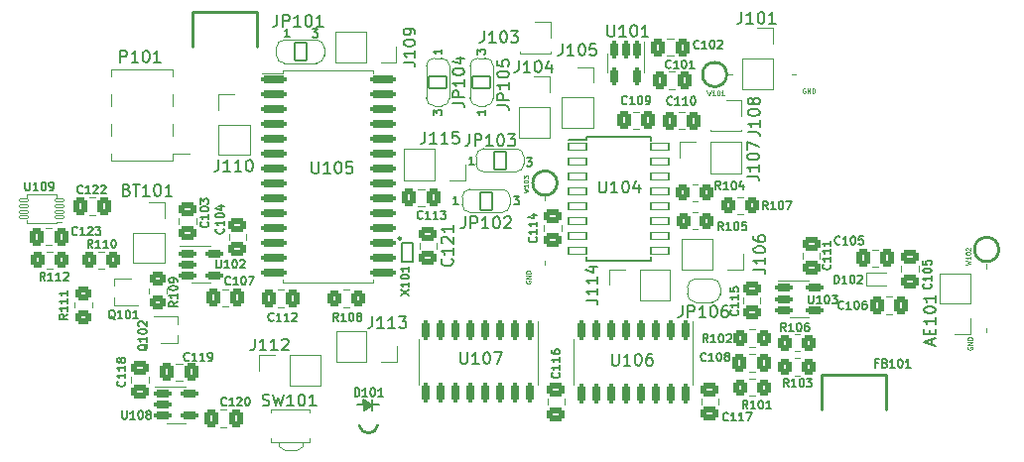
<source format=gto>
%TF.GenerationSoftware,KiCad,Pcbnew,(6.0.4-0)*%
%TF.CreationDate,2022-05-05T16:48:24-04:00*%
%TF.ProjectId,NanoFox80,4e616e6f-466f-4783-9830-2e6b69636164,rev?*%
%TF.SameCoordinates,Original*%
%TF.FileFunction,Legend,Top*%
%TF.FilePolarity,Positive*%
%FSLAX46Y46*%
G04 Gerber Fmt 4.6, Leading zero omitted, Abs format (unit mm)*
G04 Created by KiCad (PCBNEW (6.0.4-0)) date 2022-05-05 16:48:24*
%MOMM*%
%LPD*%
G01*
G04 APERTURE LIST*
G04 Aperture macros list*
%AMRoundRect*
0 Rectangle with rounded corners*
0 $1 Rounding radius*
0 $2 $3 $4 $5 $6 $7 $8 $9 X,Y pos of 4 corners*
0 Add a 4 corners polygon primitive as box body*
4,1,4,$2,$3,$4,$5,$6,$7,$8,$9,$2,$3,0*
0 Add four circle primitives for the rounded corners*
1,1,$1+$1,$2,$3*
1,1,$1+$1,$4,$5*
1,1,$1+$1,$6,$7*
1,1,$1+$1,$8,$9*
0 Add four rect primitives between the rounded corners*
20,1,$1+$1,$2,$3,$4,$5,0*
20,1,$1+$1,$4,$5,$6,$7,0*
20,1,$1+$1,$6,$7,$8,$9,0*
20,1,$1+$1,$8,$9,$2,$3,0*%
%AMRotRect*
0 Rectangle, with rotation*
0 The origin of the aperture is its center*
0 $1 length*
0 $2 width*
0 $3 Rotation angle, in degrees counterclockwise*
0 Add horizontal line*
21,1,$1,$2,0,0,$3*%
%AMFreePoly0*
4,1,37,0.599497,0.799497,0.620000,0.750000,0.620000,-0.750000,0.599497,-0.799497,0.550000,-0.820000,0.000000,-0.820000,-0.012517,-0.814815,-0.081224,-0.813556,-0.100815,-0.810383,-0.236130,-0.768108,-0.254045,-0.759563,-0.372055,-0.681008,-0.386850,-0.667780,-0.478070,-0.559261,-0.488558,-0.542411,-0.545653,-0.412652,-0.550990,-0.393536,-0.568573,-0.259076,-0.566360,-0.258787,-0.570000,-0.250000,
-0.570000,0.250000,-0.569316,0.251652,-0.569130,0.266879,-0.547319,0.406956,-0.541516,0.425935,-0.481268,0.554260,-0.470371,0.570849,-0.376527,0.677107,-0.361413,0.689970,-0.241518,0.765618,-0.223401,0.773722,-0.087094,0.812679,-0.067430,0.815373,-0.011989,0.815034,0.000000,0.820000,0.550000,0.820000,0.599497,0.799497,0.599497,0.799497,$1*%
%AMFreePoly1*
4,1,37,0.012348,0.814885,0.074332,0.814507,0.093962,0.811573,0.229783,0.770954,0.247799,0.762629,0.366761,0.685522,0.381718,0.672475,0.474256,0.565078,0.484948,0.548358,0.543625,0.419306,0.549196,0.400256,0.569293,0.259923,0.570000,0.250000,0.570000,-0.250000,0.569995,-0.250854,0.569846,-0.263070,0.568881,-0.273830,0.545361,-0.413631,0.539327,-0.432538,0.477515,-0.560117,
0.466416,-0.576571,0.371281,-0.681675,0.356011,-0.694353,0.235201,-0.768530,0.216986,-0.776412,0.080213,-0.813701,0.060518,-0.816154,0.011456,-0.815255,0.000000,-0.820000,-0.550000,-0.820000,-0.599497,-0.799497,-0.620000,-0.750000,-0.620000,0.750000,-0.599497,0.799497,-0.550000,0.820000,0.000000,0.820000,0.012348,0.814885,0.012348,0.814885,$1*%
%AMFreePoly2*
4,1,37,0.549497,0.799497,0.570000,0.750000,0.570000,-0.750000,0.549497,-0.799497,0.500000,-0.820000,0.000000,-0.820000,-0.012517,-0.814815,-0.081224,-0.813556,-0.100815,-0.810383,-0.236130,-0.768108,-0.254045,-0.759563,-0.372055,-0.681008,-0.386850,-0.667780,-0.478070,-0.559261,-0.488558,-0.542411,-0.545653,-0.412652,-0.550990,-0.393536,-0.568573,-0.259076,-0.566360,-0.258787,-0.570000,-0.250000,
-0.570000,0.250000,-0.569316,0.251652,-0.569130,0.266879,-0.547319,0.406956,-0.541516,0.425935,-0.481268,0.554260,-0.470371,0.570849,-0.376527,0.677107,-0.361413,0.689970,-0.241518,0.765618,-0.223401,0.773722,-0.087094,0.812679,-0.067430,0.815373,-0.011989,0.815034,0.000000,0.820000,0.500000,0.820000,0.549497,0.799497,0.549497,0.799497,$1*%
%AMFreePoly3*
4,1,37,0.012348,0.814885,0.074332,0.814507,0.093962,0.811573,0.229783,0.770954,0.247799,0.762629,0.366761,0.685522,0.381718,0.672475,0.474256,0.565078,0.484948,0.548358,0.543625,0.419306,0.549196,0.400256,0.569293,0.259923,0.570000,0.250000,0.570000,-0.250000,0.569995,-0.250854,0.569846,-0.263070,0.568881,-0.273830,0.545361,-0.413631,0.539327,-0.432538,0.477515,-0.560117,
0.466416,-0.576571,0.371281,-0.681675,0.356011,-0.694353,0.235201,-0.768530,0.216986,-0.776412,0.080213,-0.813701,0.060518,-0.816154,0.011456,-0.815255,0.000000,-0.820000,-0.500000,-0.820000,-0.549497,-0.799497,-0.570000,-0.750000,-0.570000,0.750000,-0.549497,0.799497,-0.500000,0.820000,0.000000,0.820000,0.012348,0.814885,0.012348,0.814885,$1*%
G04 Aperture macros list end*
%ADD10C,0.150000*%
%ADD11C,0.100000*%
%ADD12C,0.120000*%
%ADD13C,0.250000*%
%ADD14R,5.000000X5.000000*%
%ADD15FreePoly0,0.000000*%
%ADD16RoundRect,0.070000X-0.500000X-0.750000X0.500000X-0.750000X0.500000X0.750000X-0.500000X0.750000X0*%
%ADD17FreePoly1,0.000000*%
%ADD18C,1.700000*%
%ADD19O,1.700000X1.700000*%
%ADD20RoundRect,0.250000X0.475000X-0.337500X0.475000X0.337500X-0.475000X0.337500X-0.475000X-0.337500X0*%
%ADD21FreePoly0,90.000000*%
%ADD22RoundRect,0.070000X0.750000X-0.500000X0.750000X0.500000X-0.750000X0.500000X-0.750000X-0.500000X0*%
%ADD23FreePoly1,90.000000*%
%ADD24RoundRect,0.250000X-0.475000X0.337500X-0.475000X-0.337500X0.475000X-0.337500X0.475000X0.337500X0*%
%ADD25RoundRect,0.220000X-0.150000X0.512500X-0.150000X-0.512500X0.150000X-0.512500X0.150000X0.512500X0*%
%ADD26RoundRect,0.220000X-0.512500X-0.150000X0.512500X-0.150000X0.512500X0.150000X-0.512500X0.150000X0*%
%ADD27R,0.700000X0.470000*%
%ADD28R,1.700000X1.700000*%
%ADD29RoundRect,0.250000X-0.450000X0.350000X-0.450000X-0.350000X0.450000X-0.350000X0.450000X0.350000X0*%
%ADD30RoundRect,0.250000X-0.337500X-0.475000X0.337500X-0.475000X0.337500X0.475000X-0.337500X0.475000X0*%
%ADD31FreePoly0,270.000000*%
%ADD32RoundRect,0.070000X-0.750000X0.500000X-0.750000X-0.500000X0.750000X-0.500000X0.750000X0.500000X0*%
%ADD33FreePoly1,270.000000*%
%ADD34RoundRect,0.250000X0.350000X0.450000X-0.350000X0.450000X-0.350000X-0.450000X0.350000X-0.450000X0*%
%ADD35C,1.524000*%
%ADD36C,0.600000*%
%ADD37R,1.250000X2.000000*%
%ADD38FreePoly2,0.000000*%
%ADD39FreePoly3,0.000000*%
%ADD40C,0.800000*%
%ADD41R,0.900000X1.700000*%
%ADD42RoundRect,0.220000X-0.875000X-0.150000X0.875000X-0.150000X0.875000X0.150000X-0.875000X0.150000X0*%
%ADD43RoundRect,0.220000X-0.150000X0.625000X-0.150000X-0.625000X0.150000X-0.625000X0.150000X0.625000X0*%
%ADD44RoundRect,0.250000X0.337500X0.475000X-0.337500X0.475000X-0.337500X-0.475000X0.337500X-0.475000X0*%
%ADD45RoundRect,0.250000X-0.350000X-0.450000X0.350000X-0.450000X0.350000X0.450000X-0.350000X0.450000X0*%
%ADD46RoundRect,0.250000X0.450000X-0.350000X0.450000X0.350000X-0.450000X0.350000X-0.450000X-0.350000X0*%
%ADD47C,3.200000*%
%ADD48R,0.350000X0.350000*%
%ADD49R,0.700000X0.450000*%
%ADD50RoundRect,0.070000X0.375000X0.125000X-0.375000X0.125000X-0.375000X-0.125000X0.375000X-0.125000X0*%
%ADD51R,1.000000X0.800000*%
%ADD52RoundRect,0.220000X-0.500000X-0.150000X0.500000X-0.150000X0.500000X0.150000X-0.500000X0.150000X0*%
%ADD53C,0.350000*%
%ADD54RoundRect,0.070000X-0.750000X-0.300000X0.750000X-0.300000X0.750000X0.300000X-0.750000X0.300000X0*%
%ADD55R,3.150000X1.000000*%
%ADD56C,3.000000*%
%ADD57RotRect,3.000000X3.000000X25.000000*%
%ADD58R,3.480000X1.846667*%
G04 APERTURE END LIST*
D10*
%TO.C,JP102*%
X122514285Y-73922380D02*
X122514285Y-74636666D01*
X122466666Y-74779523D01*
X122371428Y-74874761D01*
X122228571Y-74922380D01*
X122133333Y-74922380D01*
X122990476Y-74922380D02*
X122990476Y-73922380D01*
X123371428Y-73922380D01*
X123466666Y-73970000D01*
X123514285Y-74017619D01*
X123561904Y-74112857D01*
X123561904Y-74255714D01*
X123514285Y-74350952D01*
X123466666Y-74398571D01*
X123371428Y-74446190D01*
X122990476Y-74446190D01*
X124514285Y-74922380D02*
X123942857Y-74922380D01*
X124228571Y-74922380D02*
X124228571Y-73922380D01*
X124133333Y-74065238D01*
X124038095Y-74160476D01*
X123942857Y-74208095D01*
X125133333Y-73922380D02*
X125228571Y-73922380D01*
X125323809Y-73970000D01*
X125371428Y-74017619D01*
X125419047Y-74112857D01*
X125466666Y-74303333D01*
X125466666Y-74541428D01*
X125419047Y-74731904D01*
X125371428Y-74827142D01*
X125323809Y-74874761D01*
X125228571Y-74922380D01*
X125133333Y-74922380D01*
X125038095Y-74874761D01*
X124990476Y-74827142D01*
X124942857Y-74731904D01*
X124895238Y-74541428D01*
X124895238Y-74303333D01*
X124942857Y-74112857D01*
X124990476Y-74017619D01*
X125038095Y-73970000D01*
X125133333Y-73922380D01*
X125847619Y-74017619D02*
X125895238Y-73970000D01*
X125990476Y-73922380D01*
X126228571Y-73922380D01*
X126323809Y-73970000D01*
X126371428Y-74017619D01*
X126419047Y-74112857D01*
X126419047Y-74208095D01*
X126371428Y-74350952D01*
X125800000Y-74922380D01*
X126419047Y-74922380D01*
X126666666Y-72196666D02*
X127100000Y-72196666D01*
X126866666Y-72463333D01*
X126966666Y-72463333D01*
X127033333Y-72496666D01*
X127066666Y-72530000D01*
X127100000Y-72596666D01*
X127100000Y-72763333D01*
X127066666Y-72830000D01*
X127033333Y-72863333D01*
X126966666Y-72896666D01*
X126766666Y-72896666D01*
X126700000Y-72863333D01*
X126666666Y-72830000D01*
X121900000Y-72896666D02*
X121500000Y-72896666D01*
X121700000Y-72896666D02*
X121700000Y-72196666D01*
X121633333Y-72296666D01*
X121566666Y-72363333D01*
X121500000Y-72396666D01*
%TO.C,J107*%
X146572380Y-70465714D02*
X147286666Y-70465714D01*
X147429523Y-70513333D01*
X147524761Y-70608571D01*
X147572380Y-70751428D01*
X147572380Y-70846666D01*
X147572380Y-69465714D02*
X147572380Y-70037142D01*
X147572380Y-69751428D02*
X146572380Y-69751428D01*
X146715238Y-69846666D01*
X146810476Y-69941904D01*
X146858095Y-70037142D01*
X146572380Y-68846666D02*
X146572380Y-68751428D01*
X146620000Y-68656190D01*
X146667619Y-68608571D01*
X146762857Y-68560952D01*
X146953333Y-68513333D01*
X147191428Y-68513333D01*
X147381904Y-68560952D01*
X147477142Y-68608571D01*
X147524761Y-68656190D01*
X147572380Y-68751428D01*
X147572380Y-68846666D01*
X147524761Y-68941904D01*
X147477142Y-68989523D01*
X147381904Y-69037142D01*
X147191428Y-69084761D01*
X146953333Y-69084761D01*
X146762857Y-69037142D01*
X146667619Y-68989523D01*
X146620000Y-68941904D01*
X146572380Y-68846666D01*
X146572380Y-68180000D02*
X146572380Y-67513333D01*
X147572380Y-67941904D01*
%TO.C,C116*%
X130510000Y-87263333D02*
X130543333Y-87296666D01*
X130576666Y-87396666D01*
X130576666Y-87463333D01*
X130543333Y-87563333D01*
X130476666Y-87630000D01*
X130410000Y-87663333D01*
X130276666Y-87696666D01*
X130176666Y-87696666D01*
X130043333Y-87663333D01*
X129976666Y-87630000D01*
X129910000Y-87563333D01*
X129876666Y-87463333D01*
X129876666Y-87396666D01*
X129910000Y-87296666D01*
X129943333Y-87263333D01*
X130576666Y-86596666D02*
X130576666Y-86996666D01*
X130576666Y-86796666D02*
X129876666Y-86796666D01*
X129976666Y-86863333D01*
X130043333Y-86930000D01*
X130076666Y-86996666D01*
X130576666Y-85930000D02*
X130576666Y-86330000D01*
X130576666Y-86130000D02*
X129876666Y-86130000D01*
X129976666Y-86196666D01*
X130043333Y-86263333D01*
X130076666Y-86330000D01*
X129876666Y-85330000D02*
X129876666Y-85463333D01*
X129910000Y-85530000D01*
X129943333Y-85563333D01*
X130043333Y-85630000D01*
X130176666Y-85663333D01*
X130443333Y-85663333D01*
X130510000Y-85630000D01*
X130543333Y-85596666D01*
X130576666Y-85530000D01*
X130576666Y-85396666D01*
X130543333Y-85330000D01*
X130510000Y-85296666D01*
X130443333Y-85263333D01*
X130276666Y-85263333D01*
X130210000Y-85296666D01*
X130176666Y-85330000D01*
X130143333Y-85396666D01*
X130143333Y-85530000D01*
X130176666Y-85596666D01*
X130210000Y-85630000D01*
X130276666Y-85663333D01*
%TO.C,JP105*%
X125242380Y-64435714D02*
X125956666Y-64435714D01*
X126099523Y-64483333D01*
X126194761Y-64578571D01*
X126242380Y-64721428D01*
X126242380Y-64816666D01*
X126242380Y-63959523D02*
X125242380Y-63959523D01*
X125242380Y-63578571D01*
X125290000Y-63483333D01*
X125337619Y-63435714D01*
X125432857Y-63388095D01*
X125575714Y-63388095D01*
X125670952Y-63435714D01*
X125718571Y-63483333D01*
X125766190Y-63578571D01*
X125766190Y-63959523D01*
X126242380Y-62435714D02*
X126242380Y-63007142D01*
X126242380Y-62721428D02*
X125242380Y-62721428D01*
X125385238Y-62816666D01*
X125480476Y-62911904D01*
X125528095Y-63007142D01*
X125242380Y-61816666D02*
X125242380Y-61721428D01*
X125290000Y-61626190D01*
X125337619Y-61578571D01*
X125432857Y-61530952D01*
X125623333Y-61483333D01*
X125861428Y-61483333D01*
X126051904Y-61530952D01*
X126147142Y-61578571D01*
X126194761Y-61626190D01*
X126242380Y-61721428D01*
X126242380Y-61816666D01*
X126194761Y-61911904D01*
X126147142Y-61959523D01*
X126051904Y-62007142D01*
X125861428Y-62054761D01*
X125623333Y-62054761D01*
X125432857Y-62007142D01*
X125337619Y-61959523D01*
X125290000Y-61911904D01*
X125242380Y-61816666D01*
X125242380Y-60578571D02*
X125242380Y-61054761D01*
X125718571Y-61102380D01*
X125670952Y-61054761D01*
X125623333Y-60959523D01*
X125623333Y-60721428D01*
X125670952Y-60626190D01*
X125718571Y-60578571D01*
X125813809Y-60530952D01*
X126051904Y-60530952D01*
X126147142Y-60578571D01*
X126194761Y-60626190D01*
X126242380Y-60721428D01*
X126242380Y-60959523D01*
X126194761Y-61054761D01*
X126147142Y-61102380D01*
X123536666Y-60063333D02*
X123536666Y-59630000D01*
X123803333Y-59863333D01*
X123803333Y-59763333D01*
X123836666Y-59696666D01*
X123870000Y-59663333D01*
X123936666Y-59630000D01*
X124103333Y-59630000D01*
X124170000Y-59663333D01*
X124203333Y-59696666D01*
X124236666Y-59763333D01*
X124236666Y-59963333D01*
X124203333Y-60030000D01*
X124170000Y-60063333D01*
X124236666Y-64830000D02*
X124236666Y-65230000D01*
X124236666Y-65030000D02*
X123536666Y-65030000D01*
X123636666Y-65096666D01*
X123703333Y-65163333D01*
X123736666Y-65230000D01*
%TO.C,C103*%
X100550000Y-74395833D02*
X100583333Y-74429166D01*
X100616666Y-74529166D01*
X100616666Y-74595833D01*
X100583333Y-74695833D01*
X100516666Y-74762500D01*
X100450000Y-74795833D01*
X100316666Y-74829166D01*
X100216666Y-74829166D01*
X100083333Y-74795833D01*
X100016666Y-74762500D01*
X99950000Y-74695833D01*
X99916666Y-74595833D01*
X99916666Y-74529166D01*
X99950000Y-74429166D01*
X99983333Y-74395833D01*
X100616666Y-73729166D02*
X100616666Y-74129166D01*
X100616666Y-73929166D02*
X99916666Y-73929166D01*
X100016666Y-73995833D01*
X100083333Y-74062500D01*
X100116666Y-74129166D01*
X99916666Y-73295833D02*
X99916666Y-73229166D01*
X99950000Y-73162500D01*
X99983333Y-73129166D01*
X100050000Y-73095833D01*
X100183333Y-73062500D01*
X100350000Y-73062500D01*
X100483333Y-73095833D01*
X100550000Y-73129166D01*
X100583333Y-73162500D01*
X100616666Y-73229166D01*
X100616666Y-73295833D01*
X100583333Y-73362500D01*
X100550000Y-73395833D01*
X100483333Y-73429166D01*
X100350000Y-73462500D01*
X100183333Y-73462500D01*
X100050000Y-73429166D01*
X99983333Y-73395833D01*
X99950000Y-73362500D01*
X99916666Y-73295833D01*
X99916666Y-72829166D02*
X99916666Y-72395833D01*
X100183333Y-72629166D01*
X100183333Y-72529166D01*
X100216666Y-72462500D01*
X100250000Y-72429166D01*
X100316666Y-72395833D01*
X100483333Y-72395833D01*
X100550000Y-72429166D01*
X100583333Y-72462500D01*
X100616666Y-72529166D01*
X100616666Y-72729166D01*
X100583333Y-72795833D01*
X100550000Y-72829166D01*
%TO.C,C114*%
X128570000Y-75693333D02*
X128603333Y-75726666D01*
X128636666Y-75826666D01*
X128636666Y-75893333D01*
X128603333Y-75993333D01*
X128536666Y-76060000D01*
X128470000Y-76093333D01*
X128336666Y-76126666D01*
X128236666Y-76126666D01*
X128103333Y-76093333D01*
X128036666Y-76060000D01*
X127970000Y-75993333D01*
X127936666Y-75893333D01*
X127936666Y-75826666D01*
X127970000Y-75726666D01*
X128003333Y-75693333D01*
X128636666Y-75026666D02*
X128636666Y-75426666D01*
X128636666Y-75226666D02*
X127936666Y-75226666D01*
X128036666Y-75293333D01*
X128103333Y-75360000D01*
X128136666Y-75426666D01*
X128636666Y-74360000D02*
X128636666Y-74760000D01*
X128636666Y-74560000D02*
X127936666Y-74560000D01*
X128036666Y-74626666D01*
X128103333Y-74693333D01*
X128136666Y-74760000D01*
X128170000Y-73760000D02*
X128636666Y-73760000D01*
X127903333Y-73926666D02*
X128403333Y-74093333D01*
X128403333Y-73660000D01*
%TO.C,U101*%
X134665714Y-57554880D02*
X134665714Y-58364404D01*
X134713333Y-58459642D01*
X134760952Y-58507261D01*
X134856190Y-58554880D01*
X135046666Y-58554880D01*
X135141904Y-58507261D01*
X135189523Y-58459642D01*
X135237142Y-58364404D01*
X135237142Y-57554880D01*
X136237142Y-58554880D02*
X135665714Y-58554880D01*
X135951428Y-58554880D02*
X135951428Y-57554880D01*
X135856190Y-57697738D01*
X135760952Y-57792976D01*
X135665714Y-57840595D01*
X136856190Y-57554880D02*
X136951428Y-57554880D01*
X137046666Y-57602500D01*
X137094285Y-57650119D01*
X137141904Y-57745357D01*
X137189523Y-57935833D01*
X137189523Y-58173928D01*
X137141904Y-58364404D01*
X137094285Y-58459642D01*
X137046666Y-58507261D01*
X136951428Y-58554880D01*
X136856190Y-58554880D01*
X136760952Y-58507261D01*
X136713333Y-58459642D01*
X136665714Y-58364404D01*
X136618095Y-58173928D01*
X136618095Y-57935833D01*
X136665714Y-57745357D01*
X136713333Y-57650119D01*
X136760952Y-57602500D01*
X136856190Y-57554880D01*
X138141904Y-58554880D02*
X137570476Y-58554880D01*
X137856190Y-58554880D02*
X137856190Y-57554880D01*
X137760952Y-57697738D01*
X137665714Y-57792976D01*
X137570476Y-57840595D01*
%TO.C,U108*%
X93250000Y-90506666D02*
X93250000Y-91073333D01*
X93283333Y-91140000D01*
X93316666Y-91173333D01*
X93383333Y-91206666D01*
X93516666Y-91206666D01*
X93583333Y-91173333D01*
X93616666Y-91140000D01*
X93650000Y-91073333D01*
X93650000Y-90506666D01*
X94350000Y-91206666D02*
X93950000Y-91206666D01*
X94150000Y-91206666D02*
X94150000Y-90506666D01*
X94083333Y-90606666D01*
X94016666Y-90673333D01*
X93950000Y-90706666D01*
X94783333Y-90506666D02*
X94850000Y-90506666D01*
X94916666Y-90540000D01*
X94950000Y-90573333D01*
X94983333Y-90640000D01*
X95016666Y-90773333D01*
X95016666Y-90940000D01*
X94983333Y-91073333D01*
X94950000Y-91140000D01*
X94916666Y-91173333D01*
X94850000Y-91206666D01*
X94783333Y-91206666D01*
X94716666Y-91173333D01*
X94683333Y-91140000D01*
X94650000Y-91073333D01*
X94616666Y-90940000D01*
X94616666Y-90773333D01*
X94650000Y-90640000D01*
X94683333Y-90573333D01*
X94716666Y-90540000D01*
X94783333Y-90506666D01*
X95416666Y-90806666D02*
X95350000Y-90773333D01*
X95316666Y-90740000D01*
X95283333Y-90673333D01*
X95283333Y-90640000D01*
X95316666Y-90573333D01*
X95350000Y-90540000D01*
X95416666Y-90506666D01*
X95550000Y-90506666D01*
X95616666Y-90540000D01*
X95650000Y-90573333D01*
X95683333Y-90640000D01*
X95683333Y-90673333D01*
X95650000Y-90740000D01*
X95616666Y-90773333D01*
X95550000Y-90806666D01*
X95416666Y-90806666D01*
X95350000Y-90840000D01*
X95316666Y-90873333D01*
X95283333Y-90940000D01*
X95283333Y-91073333D01*
X95316666Y-91140000D01*
X95350000Y-91173333D01*
X95416666Y-91206666D01*
X95550000Y-91206666D01*
X95616666Y-91173333D01*
X95650000Y-91140000D01*
X95683333Y-91073333D01*
X95683333Y-90940000D01*
X95650000Y-90873333D01*
X95616666Y-90840000D01*
X95550000Y-90806666D01*
%TO.C,Q101*%
X92636666Y-82683333D02*
X92570000Y-82650000D01*
X92503333Y-82583333D01*
X92403333Y-82483333D01*
X92336666Y-82450000D01*
X92270000Y-82450000D01*
X92303333Y-82616666D02*
X92236666Y-82583333D01*
X92170000Y-82516666D01*
X92136666Y-82383333D01*
X92136666Y-82150000D01*
X92170000Y-82016666D01*
X92236666Y-81950000D01*
X92303333Y-81916666D01*
X92436666Y-81916666D01*
X92503333Y-81950000D01*
X92570000Y-82016666D01*
X92603333Y-82150000D01*
X92603333Y-82383333D01*
X92570000Y-82516666D01*
X92503333Y-82583333D01*
X92436666Y-82616666D01*
X92303333Y-82616666D01*
X93270000Y-82616666D02*
X92870000Y-82616666D01*
X93070000Y-82616666D02*
X93070000Y-81916666D01*
X93003333Y-82016666D01*
X92936666Y-82083333D01*
X92870000Y-82116666D01*
X93703333Y-81916666D02*
X93770000Y-81916666D01*
X93836666Y-81950000D01*
X93870000Y-81983333D01*
X93903333Y-82050000D01*
X93936666Y-82183333D01*
X93936666Y-82350000D01*
X93903333Y-82483333D01*
X93870000Y-82550000D01*
X93836666Y-82583333D01*
X93770000Y-82616666D01*
X93703333Y-82616666D01*
X93636666Y-82583333D01*
X93603333Y-82550000D01*
X93570000Y-82483333D01*
X93536666Y-82350000D01*
X93536666Y-82183333D01*
X93570000Y-82050000D01*
X93603333Y-81983333D01*
X93636666Y-81950000D01*
X93703333Y-81916666D01*
X94603333Y-82616666D02*
X94203333Y-82616666D01*
X94403333Y-82616666D02*
X94403333Y-81916666D01*
X94336666Y-82016666D01*
X94270000Y-82083333D01*
X94203333Y-82116666D01*
%TO.C,J109*%
X117242380Y-60745714D02*
X117956666Y-60745714D01*
X118099523Y-60793333D01*
X118194761Y-60888571D01*
X118242380Y-61031428D01*
X118242380Y-61126666D01*
X118242380Y-59745714D02*
X118242380Y-60317142D01*
X118242380Y-60031428D02*
X117242380Y-60031428D01*
X117385238Y-60126666D01*
X117480476Y-60221904D01*
X117528095Y-60317142D01*
X117242380Y-59126666D02*
X117242380Y-59031428D01*
X117290000Y-58936190D01*
X117337619Y-58888571D01*
X117432857Y-58840952D01*
X117623333Y-58793333D01*
X117861428Y-58793333D01*
X118051904Y-58840952D01*
X118147142Y-58888571D01*
X118194761Y-58936190D01*
X118242380Y-59031428D01*
X118242380Y-59126666D01*
X118194761Y-59221904D01*
X118147142Y-59269523D01*
X118051904Y-59317142D01*
X117861428Y-59364761D01*
X117623333Y-59364761D01*
X117432857Y-59317142D01*
X117337619Y-59269523D01*
X117290000Y-59221904D01*
X117242380Y-59126666D01*
X118242380Y-58317142D02*
X118242380Y-58126666D01*
X118194761Y-58031428D01*
X118147142Y-57983809D01*
X118004285Y-57888571D01*
X117813809Y-57840952D01*
X117432857Y-57840952D01*
X117337619Y-57888571D01*
X117290000Y-57936190D01*
X117242380Y-58031428D01*
X117242380Y-58221904D01*
X117290000Y-58317142D01*
X117337619Y-58364761D01*
X117432857Y-58412380D01*
X117670952Y-58412380D01*
X117766190Y-58364761D01*
X117813809Y-58317142D01*
X117861428Y-58221904D01*
X117861428Y-58031428D01*
X117813809Y-57936190D01*
X117766190Y-57888571D01*
X117670952Y-57840952D01*
%TO.C,R109*%
X97946666Y-81153333D02*
X97613333Y-81386666D01*
X97946666Y-81553333D02*
X97246666Y-81553333D01*
X97246666Y-81286666D01*
X97280000Y-81220000D01*
X97313333Y-81186666D01*
X97380000Y-81153333D01*
X97480000Y-81153333D01*
X97546666Y-81186666D01*
X97580000Y-81220000D01*
X97613333Y-81286666D01*
X97613333Y-81553333D01*
X97946666Y-80486666D02*
X97946666Y-80886666D01*
X97946666Y-80686666D02*
X97246666Y-80686666D01*
X97346666Y-80753333D01*
X97413333Y-80820000D01*
X97446666Y-80886666D01*
X97246666Y-80053333D02*
X97246666Y-79986666D01*
X97280000Y-79920000D01*
X97313333Y-79886666D01*
X97380000Y-79853333D01*
X97513333Y-79820000D01*
X97680000Y-79820000D01*
X97813333Y-79853333D01*
X97880000Y-79886666D01*
X97913333Y-79920000D01*
X97946666Y-79986666D01*
X97946666Y-80053333D01*
X97913333Y-80120000D01*
X97880000Y-80153333D01*
X97813333Y-80186666D01*
X97680000Y-80220000D01*
X97513333Y-80220000D01*
X97380000Y-80186666D01*
X97313333Y-80153333D01*
X97280000Y-80120000D01*
X97246666Y-80053333D01*
X97946666Y-79486666D02*
X97946666Y-79353333D01*
X97913333Y-79286666D01*
X97880000Y-79253333D01*
X97780000Y-79186666D01*
X97646666Y-79153333D01*
X97380000Y-79153333D01*
X97313333Y-79186666D01*
X97280000Y-79220000D01*
X97246666Y-79286666D01*
X97246666Y-79420000D01*
X97280000Y-79486666D01*
X97313333Y-79520000D01*
X97380000Y-79553333D01*
X97546666Y-79553333D01*
X97613333Y-79520000D01*
X97646666Y-79486666D01*
X97680000Y-79420000D01*
X97680000Y-79286666D01*
X97646666Y-79220000D01*
X97613333Y-79186666D01*
X97546666Y-79153333D01*
%TO.C,C122*%
X89856666Y-71870000D02*
X89823333Y-71903333D01*
X89723333Y-71936666D01*
X89656666Y-71936666D01*
X89556666Y-71903333D01*
X89490000Y-71836666D01*
X89456666Y-71770000D01*
X89423333Y-71636666D01*
X89423333Y-71536666D01*
X89456666Y-71403333D01*
X89490000Y-71336666D01*
X89556666Y-71270000D01*
X89656666Y-71236666D01*
X89723333Y-71236666D01*
X89823333Y-71270000D01*
X89856666Y-71303333D01*
X90523333Y-71936666D02*
X90123333Y-71936666D01*
X90323333Y-71936666D02*
X90323333Y-71236666D01*
X90256666Y-71336666D01*
X90190000Y-71403333D01*
X90123333Y-71436666D01*
X90790000Y-71303333D02*
X90823333Y-71270000D01*
X90890000Y-71236666D01*
X91056666Y-71236666D01*
X91123333Y-71270000D01*
X91156666Y-71303333D01*
X91190000Y-71370000D01*
X91190000Y-71436666D01*
X91156666Y-71536666D01*
X90756666Y-71936666D01*
X91190000Y-71936666D01*
X91456666Y-71303333D02*
X91490000Y-71270000D01*
X91556666Y-71236666D01*
X91723333Y-71236666D01*
X91790000Y-71270000D01*
X91823333Y-71303333D01*
X91856666Y-71370000D01*
X91856666Y-71436666D01*
X91823333Y-71536666D01*
X91423333Y-71936666D01*
X91856666Y-71936666D01*
%TO.C,JP104*%
X121442380Y-64215714D02*
X122156666Y-64215714D01*
X122299523Y-64263333D01*
X122394761Y-64358571D01*
X122442380Y-64501428D01*
X122442380Y-64596666D01*
X122442380Y-63739523D02*
X121442380Y-63739523D01*
X121442380Y-63358571D01*
X121490000Y-63263333D01*
X121537619Y-63215714D01*
X121632857Y-63168095D01*
X121775714Y-63168095D01*
X121870952Y-63215714D01*
X121918571Y-63263333D01*
X121966190Y-63358571D01*
X121966190Y-63739523D01*
X122442380Y-62215714D02*
X122442380Y-62787142D01*
X122442380Y-62501428D02*
X121442380Y-62501428D01*
X121585238Y-62596666D01*
X121680476Y-62691904D01*
X121728095Y-62787142D01*
X121442380Y-61596666D02*
X121442380Y-61501428D01*
X121490000Y-61406190D01*
X121537619Y-61358571D01*
X121632857Y-61310952D01*
X121823333Y-61263333D01*
X122061428Y-61263333D01*
X122251904Y-61310952D01*
X122347142Y-61358571D01*
X122394761Y-61406190D01*
X122442380Y-61501428D01*
X122442380Y-61596666D01*
X122394761Y-61691904D01*
X122347142Y-61739523D01*
X122251904Y-61787142D01*
X122061428Y-61834761D01*
X121823333Y-61834761D01*
X121632857Y-61787142D01*
X121537619Y-61739523D01*
X121490000Y-61691904D01*
X121442380Y-61596666D01*
X121775714Y-60406190D02*
X122442380Y-60406190D01*
X121394761Y-60644285D02*
X122109047Y-60882380D01*
X122109047Y-60263333D01*
X120506666Y-59630000D02*
X120506666Y-60030000D01*
X120506666Y-59830000D02*
X119806666Y-59830000D01*
X119906666Y-59896666D01*
X119973333Y-59963333D01*
X120006666Y-60030000D01*
X119806666Y-65263333D02*
X119806666Y-64830000D01*
X120073333Y-65063333D01*
X120073333Y-64963333D01*
X120106666Y-64896666D01*
X120140000Y-64863333D01*
X120206666Y-64830000D01*
X120373333Y-64830000D01*
X120440000Y-64863333D01*
X120473333Y-64896666D01*
X120506666Y-64963333D01*
X120506666Y-65163333D01*
X120473333Y-65230000D01*
X120440000Y-65263333D01*
%TO.C,BT101*%
X93641904Y-71638571D02*
X93784761Y-71686190D01*
X93832380Y-71733809D01*
X93880000Y-71829047D01*
X93880000Y-71971904D01*
X93832380Y-72067142D01*
X93784761Y-72114761D01*
X93689523Y-72162380D01*
X93308571Y-72162380D01*
X93308571Y-71162380D01*
X93641904Y-71162380D01*
X93737142Y-71210000D01*
X93784761Y-71257619D01*
X93832380Y-71352857D01*
X93832380Y-71448095D01*
X93784761Y-71543333D01*
X93737142Y-71590952D01*
X93641904Y-71638571D01*
X93308571Y-71638571D01*
X94165714Y-71162380D02*
X94737142Y-71162380D01*
X94451428Y-72162380D02*
X94451428Y-71162380D01*
X95594285Y-72162380D02*
X95022857Y-72162380D01*
X95308571Y-72162380D02*
X95308571Y-71162380D01*
X95213333Y-71305238D01*
X95118095Y-71400476D01*
X95022857Y-71448095D01*
X96213333Y-71162380D02*
X96308571Y-71162380D01*
X96403809Y-71210000D01*
X96451428Y-71257619D01*
X96499047Y-71352857D01*
X96546666Y-71543333D01*
X96546666Y-71781428D01*
X96499047Y-71971904D01*
X96451428Y-72067142D01*
X96403809Y-72114761D01*
X96308571Y-72162380D01*
X96213333Y-72162380D01*
X96118095Y-72114761D01*
X96070476Y-72067142D01*
X96022857Y-71971904D01*
X95975238Y-71781428D01*
X95975238Y-71543333D01*
X96022857Y-71352857D01*
X96070476Y-71257619D01*
X96118095Y-71210000D01*
X96213333Y-71162380D01*
X97499047Y-72162380D02*
X96927619Y-72162380D01*
X97213333Y-72162380D02*
X97213333Y-71162380D01*
X97118095Y-71305238D01*
X97022857Y-71400476D01*
X96927619Y-71448095D01*
%TO.C,JP103*%
X122874285Y-66882380D02*
X122874285Y-67596666D01*
X122826666Y-67739523D01*
X122731428Y-67834761D01*
X122588571Y-67882380D01*
X122493333Y-67882380D01*
X123350476Y-67882380D02*
X123350476Y-66882380D01*
X123731428Y-66882380D01*
X123826666Y-66930000D01*
X123874285Y-66977619D01*
X123921904Y-67072857D01*
X123921904Y-67215714D01*
X123874285Y-67310952D01*
X123826666Y-67358571D01*
X123731428Y-67406190D01*
X123350476Y-67406190D01*
X124874285Y-67882380D02*
X124302857Y-67882380D01*
X124588571Y-67882380D02*
X124588571Y-66882380D01*
X124493333Y-67025238D01*
X124398095Y-67120476D01*
X124302857Y-67168095D01*
X125493333Y-66882380D02*
X125588571Y-66882380D01*
X125683809Y-66930000D01*
X125731428Y-66977619D01*
X125779047Y-67072857D01*
X125826666Y-67263333D01*
X125826666Y-67501428D01*
X125779047Y-67691904D01*
X125731428Y-67787142D01*
X125683809Y-67834761D01*
X125588571Y-67882380D01*
X125493333Y-67882380D01*
X125398095Y-67834761D01*
X125350476Y-67787142D01*
X125302857Y-67691904D01*
X125255238Y-67501428D01*
X125255238Y-67263333D01*
X125302857Y-67072857D01*
X125350476Y-66977619D01*
X125398095Y-66930000D01*
X125493333Y-66882380D01*
X126160000Y-66882380D02*
X126779047Y-66882380D01*
X126445714Y-67263333D01*
X126588571Y-67263333D01*
X126683809Y-67310952D01*
X126731428Y-67358571D01*
X126779047Y-67453809D01*
X126779047Y-67691904D01*
X126731428Y-67787142D01*
X126683809Y-67834761D01*
X126588571Y-67882380D01*
X126302857Y-67882380D01*
X126207619Y-67834761D01*
X126160000Y-67787142D01*
X123260000Y-69486666D02*
X122860000Y-69486666D01*
X123060000Y-69486666D02*
X123060000Y-68786666D01*
X122993333Y-68886666D01*
X122926666Y-68953333D01*
X122860000Y-68986666D01*
X127746666Y-68926666D02*
X128180000Y-68926666D01*
X127946666Y-69193333D01*
X128046666Y-69193333D01*
X128113333Y-69226666D01*
X128146666Y-69260000D01*
X128180000Y-69326666D01*
X128180000Y-69493333D01*
X128146666Y-69560000D01*
X128113333Y-69593333D01*
X128046666Y-69626666D01*
X127846666Y-69626666D01*
X127780000Y-69593333D01*
X127746666Y-69560000D01*
%TO.C,R104*%
X144306666Y-71606666D02*
X144073333Y-71273333D01*
X143906666Y-71606666D02*
X143906666Y-70906666D01*
X144173333Y-70906666D01*
X144240000Y-70940000D01*
X144273333Y-70973333D01*
X144306666Y-71040000D01*
X144306666Y-71140000D01*
X144273333Y-71206666D01*
X144240000Y-71240000D01*
X144173333Y-71273333D01*
X143906666Y-71273333D01*
X144973333Y-71606666D02*
X144573333Y-71606666D01*
X144773333Y-71606666D02*
X144773333Y-70906666D01*
X144706666Y-71006666D01*
X144640000Y-71073333D01*
X144573333Y-71106666D01*
X145406666Y-70906666D02*
X145473333Y-70906666D01*
X145540000Y-70940000D01*
X145573333Y-70973333D01*
X145606666Y-71040000D01*
X145640000Y-71173333D01*
X145640000Y-71340000D01*
X145606666Y-71473333D01*
X145573333Y-71540000D01*
X145540000Y-71573333D01*
X145473333Y-71606666D01*
X145406666Y-71606666D01*
X145340000Y-71573333D01*
X145306666Y-71540000D01*
X145273333Y-71473333D01*
X145240000Y-71340000D01*
X145240000Y-71173333D01*
X145273333Y-71040000D01*
X145306666Y-70973333D01*
X145340000Y-70940000D01*
X145406666Y-70906666D01*
X146240000Y-71140000D02*
X146240000Y-71606666D01*
X146073333Y-70873333D02*
X145906666Y-71373333D01*
X146340000Y-71373333D01*
D11*
%TO.C,W103*%
X127500752Y-71891757D02*
X127900752Y-71796519D01*
X127615038Y-71720328D01*
X127900752Y-71644138D01*
X127500752Y-71548900D01*
X127900752Y-71186995D02*
X127900752Y-71415566D01*
X127900752Y-71301280D02*
X127500752Y-71301280D01*
X127557895Y-71339376D01*
X127595990Y-71377471D01*
X127615038Y-71415566D01*
X127500752Y-70939376D02*
X127500752Y-70901280D01*
X127519800Y-70863185D01*
X127538847Y-70844138D01*
X127576942Y-70825090D01*
X127653133Y-70806042D01*
X127748371Y-70806042D01*
X127824561Y-70825090D01*
X127862657Y-70844138D01*
X127881704Y-70863185D01*
X127900752Y-70901280D01*
X127900752Y-70939376D01*
X127881704Y-70977471D01*
X127862657Y-70996519D01*
X127824561Y-71015566D01*
X127748371Y-71034614D01*
X127653133Y-71034614D01*
X127576942Y-71015566D01*
X127538847Y-70996519D01*
X127519800Y-70977471D01*
X127500752Y-70939376D01*
X127500752Y-70672709D02*
X127500752Y-70425090D01*
X127653133Y-70558423D01*
X127653133Y-70501280D01*
X127672180Y-70463185D01*
X127691228Y-70444138D01*
X127729323Y-70425090D01*
X127824561Y-70425090D01*
X127862657Y-70444138D01*
X127881704Y-70463185D01*
X127900752Y-70501280D01*
X127900752Y-70615566D01*
X127881704Y-70653661D01*
X127862657Y-70672709D01*
X127710300Y-79391161D02*
X127691252Y-79429257D01*
X127691252Y-79486400D01*
X127710300Y-79543542D01*
X127748395Y-79581638D01*
X127786490Y-79600685D01*
X127862680Y-79619733D01*
X127919823Y-79619733D01*
X127996014Y-79600685D01*
X128034109Y-79581638D01*
X128072204Y-79543542D01*
X128091252Y-79486400D01*
X128091252Y-79448304D01*
X128072204Y-79391161D01*
X128053157Y-79372114D01*
X127919823Y-79372114D01*
X127919823Y-79448304D01*
X128091252Y-79200685D02*
X127691252Y-79200685D01*
X128091252Y-78972114D01*
X127691252Y-78972114D01*
X128091252Y-78781638D02*
X127691252Y-78781638D01*
X127691252Y-78686400D01*
X127710300Y-78629257D01*
X127748395Y-78591161D01*
X127786490Y-78572114D01*
X127862680Y-78553066D01*
X127919823Y-78553066D01*
X127996014Y-78572114D01*
X128034109Y-78591161D01*
X128072204Y-78629257D01*
X128091252Y-78686400D01*
X128091252Y-78781638D01*
D10*
%TO.C,JP101*%
X106484285Y-56702380D02*
X106484285Y-57416666D01*
X106436666Y-57559523D01*
X106341428Y-57654761D01*
X106198571Y-57702380D01*
X106103333Y-57702380D01*
X106960476Y-57702380D02*
X106960476Y-56702380D01*
X107341428Y-56702380D01*
X107436666Y-56750000D01*
X107484285Y-56797619D01*
X107531904Y-56892857D01*
X107531904Y-57035714D01*
X107484285Y-57130952D01*
X107436666Y-57178571D01*
X107341428Y-57226190D01*
X106960476Y-57226190D01*
X108484285Y-57702380D02*
X107912857Y-57702380D01*
X108198571Y-57702380D02*
X108198571Y-56702380D01*
X108103333Y-56845238D01*
X108008095Y-56940476D01*
X107912857Y-56988095D01*
X109103333Y-56702380D02*
X109198571Y-56702380D01*
X109293809Y-56750000D01*
X109341428Y-56797619D01*
X109389047Y-56892857D01*
X109436666Y-57083333D01*
X109436666Y-57321428D01*
X109389047Y-57511904D01*
X109341428Y-57607142D01*
X109293809Y-57654761D01*
X109198571Y-57702380D01*
X109103333Y-57702380D01*
X109008095Y-57654761D01*
X108960476Y-57607142D01*
X108912857Y-57511904D01*
X108865238Y-57321428D01*
X108865238Y-57083333D01*
X108912857Y-56892857D01*
X108960476Y-56797619D01*
X109008095Y-56750000D01*
X109103333Y-56702380D01*
X110389047Y-57702380D02*
X109817619Y-57702380D01*
X110103333Y-57702380D02*
X110103333Y-56702380D01*
X110008095Y-56845238D01*
X109912857Y-56940476D01*
X109817619Y-56988095D01*
X107520000Y-58586666D02*
X107120000Y-58586666D01*
X107320000Y-58586666D02*
X107320000Y-57886666D01*
X107253333Y-57986666D01*
X107186666Y-58053333D01*
X107120000Y-58086666D01*
X109496666Y-57906666D02*
X109930000Y-57906666D01*
X109696666Y-58173333D01*
X109796666Y-58173333D01*
X109863333Y-58206666D01*
X109896666Y-58240000D01*
X109930000Y-58306666D01*
X109930000Y-58473333D01*
X109896666Y-58540000D01*
X109863333Y-58573333D01*
X109796666Y-58606666D01*
X109596666Y-58606666D01*
X109530000Y-58573333D01*
X109496666Y-58540000D01*
%TO.C,C120*%
X102126666Y-89990000D02*
X102093333Y-90023333D01*
X101993333Y-90056666D01*
X101926666Y-90056666D01*
X101826666Y-90023333D01*
X101760000Y-89956666D01*
X101726666Y-89890000D01*
X101693333Y-89756666D01*
X101693333Y-89656666D01*
X101726666Y-89523333D01*
X101760000Y-89456666D01*
X101826666Y-89390000D01*
X101926666Y-89356666D01*
X101993333Y-89356666D01*
X102093333Y-89390000D01*
X102126666Y-89423333D01*
X102793333Y-90056666D02*
X102393333Y-90056666D01*
X102593333Y-90056666D02*
X102593333Y-89356666D01*
X102526666Y-89456666D01*
X102460000Y-89523333D01*
X102393333Y-89556666D01*
X103060000Y-89423333D02*
X103093333Y-89390000D01*
X103160000Y-89356666D01*
X103326666Y-89356666D01*
X103393333Y-89390000D01*
X103426666Y-89423333D01*
X103460000Y-89490000D01*
X103460000Y-89556666D01*
X103426666Y-89656666D01*
X103026666Y-90056666D01*
X103460000Y-90056666D01*
X103893333Y-89356666D02*
X103960000Y-89356666D01*
X104026666Y-89390000D01*
X104060000Y-89423333D01*
X104093333Y-89490000D01*
X104126666Y-89623333D01*
X104126666Y-89790000D01*
X104093333Y-89923333D01*
X104060000Y-89990000D01*
X104026666Y-90023333D01*
X103960000Y-90056666D01*
X103893333Y-90056666D01*
X103826666Y-90023333D01*
X103793333Y-89990000D01*
X103760000Y-89923333D01*
X103726666Y-89790000D01*
X103726666Y-89623333D01*
X103760000Y-89490000D01*
X103793333Y-89423333D01*
X103826666Y-89390000D01*
X103893333Y-89356666D01*
%TO.C,FB101*%
X157740000Y-86430000D02*
X157506666Y-86430000D01*
X157506666Y-86796666D02*
X157506666Y-86096666D01*
X157840000Y-86096666D01*
X158340000Y-86430000D02*
X158440000Y-86463333D01*
X158473333Y-86496666D01*
X158506666Y-86563333D01*
X158506666Y-86663333D01*
X158473333Y-86730000D01*
X158440000Y-86763333D01*
X158373333Y-86796666D01*
X158106666Y-86796666D01*
X158106666Y-86096666D01*
X158340000Y-86096666D01*
X158406666Y-86130000D01*
X158440000Y-86163333D01*
X158473333Y-86230000D01*
X158473333Y-86296666D01*
X158440000Y-86363333D01*
X158406666Y-86396666D01*
X158340000Y-86430000D01*
X158106666Y-86430000D01*
X159173333Y-86796666D02*
X158773333Y-86796666D01*
X158973333Y-86796666D02*
X158973333Y-86096666D01*
X158906666Y-86196666D01*
X158840000Y-86263333D01*
X158773333Y-86296666D01*
X159606666Y-86096666D02*
X159673333Y-86096666D01*
X159740000Y-86130000D01*
X159773333Y-86163333D01*
X159806666Y-86230000D01*
X159840000Y-86363333D01*
X159840000Y-86530000D01*
X159806666Y-86663333D01*
X159773333Y-86730000D01*
X159740000Y-86763333D01*
X159673333Y-86796666D01*
X159606666Y-86796666D01*
X159540000Y-86763333D01*
X159506666Y-86730000D01*
X159473333Y-86663333D01*
X159440000Y-86530000D01*
X159440000Y-86363333D01*
X159473333Y-86230000D01*
X159506666Y-86163333D01*
X159540000Y-86130000D01*
X159606666Y-86096666D01*
X160506666Y-86796666D02*
X160106666Y-86796666D01*
X160306666Y-86796666D02*
X160306666Y-86096666D01*
X160240000Y-86196666D01*
X160173333Y-86263333D01*
X160106666Y-86296666D01*
%TO.C,JP106*%
X141044285Y-81522380D02*
X141044285Y-82236666D01*
X140996666Y-82379523D01*
X140901428Y-82474761D01*
X140758571Y-82522380D01*
X140663333Y-82522380D01*
X141520476Y-82522380D02*
X141520476Y-81522380D01*
X141901428Y-81522380D01*
X141996666Y-81570000D01*
X142044285Y-81617619D01*
X142091904Y-81712857D01*
X142091904Y-81855714D01*
X142044285Y-81950952D01*
X141996666Y-81998571D01*
X141901428Y-82046190D01*
X141520476Y-82046190D01*
X143044285Y-82522380D02*
X142472857Y-82522380D01*
X142758571Y-82522380D02*
X142758571Y-81522380D01*
X142663333Y-81665238D01*
X142568095Y-81760476D01*
X142472857Y-81808095D01*
X143663333Y-81522380D02*
X143758571Y-81522380D01*
X143853809Y-81570000D01*
X143901428Y-81617619D01*
X143949047Y-81712857D01*
X143996666Y-81903333D01*
X143996666Y-82141428D01*
X143949047Y-82331904D01*
X143901428Y-82427142D01*
X143853809Y-82474761D01*
X143758571Y-82522380D01*
X143663333Y-82522380D01*
X143568095Y-82474761D01*
X143520476Y-82427142D01*
X143472857Y-82331904D01*
X143425238Y-82141428D01*
X143425238Y-81903333D01*
X143472857Y-81712857D01*
X143520476Y-81617619D01*
X143568095Y-81570000D01*
X143663333Y-81522380D01*
X144853809Y-81522380D02*
X144663333Y-81522380D01*
X144568095Y-81570000D01*
X144520476Y-81617619D01*
X144425238Y-81760476D01*
X144377619Y-81950952D01*
X144377619Y-82331904D01*
X144425238Y-82427142D01*
X144472857Y-82474761D01*
X144568095Y-82522380D01*
X144758571Y-82522380D01*
X144853809Y-82474761D01*
X144901428Y-82427142D01*
X144949047Y-82331904D01*
X144949047Y-82093809D01*
X144901428Y-81998571D01*
X144853809Y-81950952D01*
X144758571Y-81903333D01*
X144568095Y-81903333D01*
X144472857Y-81950952D01*
X144425238Y-81998571D01*
X144377619Y-82093809D01*
%TO.C,SW101*%
X105234285Y-90044761D02*
X105377142Y-90092380D01*
X105615238Y-90092380D01*
X105710476Y-90044761D01*
X105758095Y-89997142D01*
X105805714Y-89901904D01*
X105805714Y-89806666D01*
X105758095Y-89711428D01*
X105710476Y-89663809D01*
X105615238Y-89616190D01*
X105424761Y-89568571D01*
X105329523Y-89520952D01*
X105281904Y-89473333D01*
X105234285Y-89378095D01*
X105234285Y-89282857D01*
X105281904Y-89187619D01*
X105329523Y-89140000D01*
X105424761Y-89092380D01*
X105662857Y-89092380D01*
X105805714Y-89140000D01*
X106139047Y-89092380D02*
X106377142Y-90092380D01*
X106567619Y-89378095D01*
X106758095Y-90092380D01*
X106996190Y-89092380D01*
X107900952Y-90092380D02*
X107329523Y-90092380D01*
X107615238Y-90092380D02*
X107615238Y-89092380D01*
X107520000Y-89235238D01*
X107424761Y-89330476D01*
X107329523Y-89378095D01*
X108520000Y-89092380D02*
X108615238Y-89092380D01*
X108710476Y-89140000D01*
X108758095Y-89187619D01*
X108805714Y-89282857D01*
X108853333Y-89473333D01*
X108853333Y-89711428D01*
X108805714Y-89901904D01*
X108758095Y-89997142D01*
X108710476Y-90044761D01*
X108615238Y-90092380D01*
X108520000Y-90092380D01*
X108424761Y-90044761D01*
X108377142Y-89997142D01*
X108329523Y-89901904D01*
X108281904Y-89711428D01*
X108281904Y-89473333D01*
X108329523Y-89282857D01*
X108377142Y-89187619D01*
X108424761Y-89140000D01*
X108520000Y-89092380D01*
X109805714Y-90092380D02*
X109234285Y-90092380D01*
X109520000Y-90092380D02*
X109520000Y-89092380D01*
X109424761Y-89235238D01*
X109329523Y-89330476D01*
X109234285Y-89378095D01*
%TO.C,U105*%
X109435714Y-69232380D02*
X109435714Y-70041904D01*
X109483333Y-70137142D01*
X109530952Y-70184761D01*
X109626190Y-70232380D01*
X109816666Y-70232380D01*
X109911904Y-70184761D01*
X109959523Y-70137142D01*
X110007142Y-70041904D01*
X110007142Y-69232380D01*
X111007142Y-70232380D02*
X110435714Y-70232380D01*
X110721428Y-70232380D02*
X110721428Y-69232380D01*
X110626190Y-69375238D01*
X110530952Y-69470476D01*
X110435714Y-69518095D01*
X111626190Y-69232380D02*
X111721428Y-69232380D01*
X111816666Y-69280000D01*
X111864285Y-69327619D01*
X111911904Y-69422857D01*
X111959523Y-69613333D01*
X111959523Y-69851428D01*
X111911904Y-70041904D01*
X111864285Y-70137142D01*
X111816666Y-70184761D01*
X111721428Y-70232380D01*
X111626190Y-70232380D01*
X111530952Y-70184761D01*
X111483333Y-70137142D01*
X111435714Y-70041904D01*
X111388095Y-69851428D01*
X111388095Y-69613333D01*
X111435714Y-69422857D01*
X111483333Y-69327619D01*
X111530952Y-69280000D01*
X111626190Y-69232380D01*
X112864285Y-69232380D02*
X112388095Y-69232380D01*
X112340476Y-69708571D01*
X112388095Y-69660952D01*
X112483333Y-69613333D01*
X112721428Y-69613333D01*
X112816666Y-69660952D01*
X112864285Y-69708571D01*
X112911904Y-69803809D01*
X112911904Y-70041904D01*
X112864285Y-70137142D01*
X112816666Y-70184761D01*
X112721428Y-70232380D01*
X112483333Y-70232380D01*
X112388095Y-70184761D01*
X112340476Y-70137142D01*
%TO.C,C109*%
X136304166Y-64270000D02*
X136270833Y-64303333D01*
X136170833Y-64336666D01*
X136104166Y-64336666D01*
X136004166Y-64303333D01*
X135937500Y-64236666D01*
X135904166Y-64170000D01*
X135870833Y-64036666D01*
X135870833Y-63936666D01*
X135904166Y-63803333D01*
X135937500Y-63736666D01*
X136004166Y-63670000D01*
X136104166Y-63636666D01*
X136170833Y-63636666D01*
X136270833Y-63670000D01*
X136304166Y-63703333D01*
X136970833Y-64336666D02*
X136570833Y-64336666D01*
X136770833Y-64336666D02*
X136770833Y-63636666D01*
X136704166Y-63736666D01*
X136637500Y-63803333D01*
X136570833Y-63836666D01*
X137404166Y-63636666D02*
X137470833Y-63636666D01*
X137537500Y-63670000D01*
X137570833Y-63703333D01*
X137604166Y-63770000D01*
X137637500Y-63903333D01*
X137637500Y-64070000D01*
X137604166Y-64203333D01*
X137570833Y-64270000D01*
X137537500Y-64303333D01*
X137470833Y-64336666D01*
X137404166Y-64336666D01*
X137337500Y-64303333D01*
X137304166Y-64270000D01*
X137270833Y-64203333D01*
X137237500Y-64070000D01*
X137237500Y-63903333D01*
X137270833Y-63770000D01*
X137304166Y-63703333D01*
X137337500Y-63670000D01*
X137404166Y-63636666D01*
X137970833Y-64336666D02*
X138104166Y-64336666D01*
X138170833Y-64303333D01*
X138204166Y-64270000D01*
X138270833Y-64170000D01*
X138304166Y-64036666D01*
X138304166Y-63770000D01*
X138270833Y-63703333D01*
X138237500Y-63670000D01*
X138170833Y-63636666D01*
X138037500Y-63636666D01*
X137970833Y-63670000D01*
X137937500Y-63703333D01*
X137904166Y-63770000D01*
X137904166Y-63936666D01*
X137937500Y-64003333D01*
X137970833Y-64036666D01*
X138037500Y-64070000D01*
X138170833Y-64070000D01*
X138237500Y-64036666D01*
X138270833Y-64003333D01*
X138304166Y-63936666D01*
%TO.C,U107*%
X122115714Y-85502380D02*
X122115714Y-86311904D01*
X122163333Y-86407142D01*
X122210952Y-86454761D01*
X122306190Y-86502380D01*
X122496666Y-86502380D01*
X122591904Y-86454761D01*
X122639523Y-86407142D01*
X122687142Y-86311904D01*
X122687142Y-85502380D01*
X123687142Y-86502380D02*
X123115714Y-86502380D01*
X123401428Y-86502380D02*
X123401428Y-85502380D01*
X123306190Y-85645238D01*
X123210952Y-85740476D01*
X123115714Y-85788095D01*
X124306190Y-85502380D02*
X124401428Y-85502380D01*
X124496666Y-85550000D01*
X124544285Y-85597619D01*
X124591904Y-85692857D01*
X124639523Y-85883333D01*
X124639523Y-86121428D01*
X124591904Y-86311904D01*
X124544285Y-86407142D01*
X124496666Y-86454761D01*
X124401428Y-86502380D01*
X124306190Y-86502380D01*
X124210952Y-86454761D01*
X124163333Y-86407142D01*
X124115714Y-86311904D01*
X124068095Y-86121428D01*
X124068095Y-85883333D01*
X124115714Y-85692857D01*
X124163333Y-85597619D01*
X124210952Y-85550000D01*
X124306190Y-85502380D01*
X124972857Y-85502380D02*
X125639523Y-85502380D01*
X125210952Y-86502380D01*
%TO.C,J106*%
X147122380Y-78415714D02*
X147836666Y-78415714D01*
X147979523Y-78463333D01*
X148074761Y-78558571D01*
X148122380Y-78701428D01*
X148122380Y-78796666D01*
X148122380Y-77415714D02*
X148122380Y-77987142D01*
X148122380Y-77701428D02*
X147122380Y-77701428D01*
X147265238Y-77796666D01*
X147360476Y-77891904D01*
X147408095Y-77987142D01*
X147122380Y-76796666D02*
X147122380Y-76701428D01*
X147170000Y-76606190D01*
X147217619Y-76558571D01*
X147312857Y-76510952D01*
X147503333Y-76463333D01*
X147741428Y-76463333D01*
X147931904Y-76510952D01*
X148027142Y-76558571D01*
X148074761Y-76606190D01*
X148122380Y-76701428D01*
X148122380Y-76796666D01*
X148074761Y-76891904D01*
X148027142Y-76939523D01*
X147931904Y-76987142D01*
X147741428Y-77034761D01*
X147503333Y-77034761D01*
X147312857Y-76987142D01*
X147217619Y-76939523D01*
X147170000Y-76891904D01*
X147122380Y-76796666D01*
X147122380Y-75606190D02*
X147122380Y-75796666D01*
X147170000Y-75891904D01*
X147217619Y-75939523D01*
X147360476Y-76034761D01*
X147550952Y-76082380D01*
X147931904Y-76082380D01*
X148027142Y-76034761D01*
X148074761Y-75987142D01*
X148122380Y-75891904D01*
X148122380Y-75701428D01*
X148074761Y-75606190D01*
X148027142Y-75558571D01*
X147931904Y-75510952D01*
X147693809Y-75510952D01*
X147598571Y-75558571D01*
X147550952Y-75606190D01*
X147503333Y-75701428D01*
X147503333Y-75891904D01*
X147550952Y-75987142D01*
X147598571Y-76034761D01*
X147693809Y-76082380D01*
%TO.C,J110*%
X101476785Y-69062380D02*
X101476785Y-69776666D01*
X101429166Y-69919523D01*
X101333928Y-70014761D01*
X101191071Y-70062380D01*
X101095833Y-70062380D01*
X102476785Y-70062380D02*
X101905357Y-70062380D01*
X102191071Y-70062380D02*
X102191071Y-69062380D01*
X102095833Y-69205238D01*
X102000595Y-69300476D01*
X101905357Y-69348095D01*
X103429166Y-70062380D02*
X102857738Y-70062380D01*
X103143452Y-70062380D02*
X103143452Y-69062380D01*
X103048214Y-69205238D01*
X102952976Y-69300476D01*
X102857738Y-69348095D01*
X104048214Y-69062380D02*
X104143452Y-69062380D01*
X104238690Y-69110000D01*
X104286309Y-69157619D01*
X104333928Y-69252857D01*
X104381547Y-69443333D01*
X104381547Y-69681428D01*
X104333928Y-69871904D01*
X104286309Y-69967142D01*
X104238690Y-70014761D01*
X104143452Y-70062380D01*
X104048214Y-70062380D01*
X103952976Y-70014761D01*
X103905357Y-69967142D01*
X103857738Y-69871904D01*
X103810119Y-69681428D01*
X103810119Y-69443333D01*
X103857738Y-69252857D01*
X103905357Y-69157619D01*
X103952976Y-69110000D01*
X104048214Y-69062380D01*
%TO.C,J104*%
X127064285Y-60612380D02*
X127064285Y-61326666D01*
X127016666Y-61469523D01*
X126921428Y-61564761D01*
X126778571Y-61612380D01*
X126683333Y-61612380D01*
X128064285Y-61612380D02*
X127492857Y-61612380D01*
X127778571Y-61612380D02*
X127778571Y-60612380D01*
X127683333Y-60755238D01*
X127588095Y-60850476D01*
X127492857Y-60898095D01*
X128683333Y-60612380D02*
X128778571Y-60612380D01*
X128873809Y-60660000D01*
X128921428Y-60707619D01*
X128969047Y-60802857D01*
X129016666Y-60993333D01*
X129016666Y-61231428D01*
X128969047Y-61421904D01*
X128921428Y-61517142D01*
X128873809Y-61564761D01*
X128778571Y-61612380D01*
X128683333Y-61612380D01*
X128588095Y-61564761D01*
X128540476Y-61517142D01*
X128492857Y-61421904D01*
X128445238Y-61231428D01*
X128445238Y-60993333D01*
X128492857Y-60802857D01*
X128540476Y-60707619D01*
X128588095Y-60660000D01*
X128683333Y-60612380D01*
X129873809Y-60945714D02*
X129873809Y-61612380D01*
X129635714Y-60564761D02*
X129397619Y-61279047D01*
X130016666Y-61279047D01*
%TO.C,C113*%
X118866666Y-74060000D02*
X118833333Y-74093333D01*
X118733333Y-74126666D01*
X118666666Y-74126666D01*
X118566666Y-74093333D01*
X118500000Y-74026666D01*
X118466666Y-73960000D01*
X118433333Y-73826666D01*
X118433333Y-73726666D01*
X118466666Y-73593333D01*
X118500000Y-73526666D01*
X118566666Y-73460000D01*
X118666666Y-73426666D01*
X118733333Y-73426666D01*
X118833333Y-73460000D01*
X118866666Y-73493333D01*
X119533333Y-74126666D02*
X119133333Y-74126666D01*
X119333333Y-74126666D02*
X119333333Y-73426666D01*
X119266666Y-73526666D01*
X119200000Y-73593333D01*
X119133333Y-73626666D01*
X120200000Y-74126666D02*
X119800000Y-74126666D01*
X120000000Y-74126666D02*
X120000000Y-73426666D01*
X119933333Y-73526666D01*
X119866666Y-73593333D01*
X119800000Y-73626666D01*
X120433333Y-73426666D02*
X120866666Y-73426666D01*
X120633333Y-73693333D01*
X120733333Y-73693333D01*
X120800000Y-73726666D01*
X120833333Y-73760000D01*
X120866666Y-73826666D01*
X120866666Y-73993333D01*
X120833333Y-74060000D01*
X120800000Y-74093333D01*
X120733333Y-74126666D01*
X120533333Y-74126666D01*
X120466666Y-74093333D01*
X120433333Y-74060000D01*
%TO.C,R108*%
X111666666Y-82846666D02*
X111433333Y-82513333D01*
X111266666Y-82846666D02*
X111266666Y-82146666D01*
X111533333Y-82146666D01*
X111600000Y-82180000D01*
X111633333Y-82213333D01*
X111666666Y-82280000D01*
X111666666Y-82380000D01*
X111633333Y-82446666D01*
X111600000Y-82480000D01*
X111533333Y-82513333D01*
X111266666Y-82513333D01*
X112333333Y-82846666D02*
X111933333Y-82846666D01*
X112133333Y-82846666D02*
X112133333Y-82146666D01*
X112066666Y-82246666D01*
X112000000Y-82313333D01*
X111933333Y-82346666D01*
X112766666Y-82146666D02*
X112833333Y-82146666D01*
X112900000Y-82180000D01*
X112933333Y-82213333D01*
X112966666Y-82280000D01*
X113000000Y-82413333D01*
X113000000Y-82580000D01*
X112966666Y-82713333D01*
X112933333Y-82780000D01*
X112900000Y-82813333D01*
X112833333Y-82846666D01*
X112766666Y-82846666D01*
X112700000Y-82813333D01*
X112666666Y-82780000D01*
X112633333Y-82713333D01*
X112600000Y-82580000D01*
X112600000Y-82413333D01*
X112633333Y-82280000D01*
X112666666Y-82213333D01*
X112700000Y-82180000D01*
X112766666Y-82146666D01*
X113400000Y-82446666D02*
X113333333Y-82413333D01*
X113300000Y-82380000D01*
X113266666Y-82313333D01*
X113266666Y-82280000D01*
X113300000Y-82213333D01*
X113333333Y-82180000D01*
X113400000Y-82146666D01*
X113533333Y-82146666D01*
X113600000Y-82180000D01*
X113633333Y-82213333D01*
X113666666Y-82280000D01*
X113666666Y-82313333D01*
X113633333Y-82380000D01*
X113600000Y-82413333D01*
X113533333Y-82446666D01*
X113400000Y-82446666D01*
X113333333Y-82480000D01*
X113300000Y-82513333D01*
X113266666Y-82580000D01*
X113266666Y-82713333D01*
X113300000Y-82780000D01*
X113333333Y-82813333D01*
X113400000Y-82846666D01*
X113533333Y-82846666D01*
X113600000Y-82813333D01*
X113633333Y-82780000D01*
X113666666Y-82713333D01*
X113666666Y-82580000D01*
X113633333Y-82513333D01*
X113600000Y-82480000D01*
X113533333Y-82446666D01*
%TO.C,C102*%
X142456666Y-59500000D02*
X142423333Y-59533333D01*
X142323333Y-59566666D01*
X142256666Y-59566666D01*
X142156666Y-59533333D01*
X142090000Y-59466666D01*
X142056666Y-59400000D01*
X142023333Y-59266666D01*
X142023333Y-59166666D01*
X142056666Y-59033333D01*
X142090000Y-58966666D01*
X142156666Y-58900000D01*
X142256666Y-58866666D01*
X142323333Y-58866666D01*
X142423333Y-58900000D01*
X142456666Y-58933333D01*
X143123333Y-59566666D02*
X142723333Y-59566666D01*
X142923333Y-59566666D02*
X142923333Y-58866666D01*
X142856666Y-58966666D01*
X142790000Y-59033333D01*
X142723333Y-59066666D01*
X143556666Y-58866666D02*
X143623333Y-58866666D01*
X143690000Y-58900000D01*
X143723333Y-58933333D01*
X143756666Y-59000000D01*
X143790000Y-59133333D01*
X143790000Y-59300000D01*
X143756666Y-59433333D01*
X143723333Y-59500000D01*
X143690000Y-59533333D01*
X143623333Y-59566666D01*
X143556666Y-59566666D01*
X143490000Y-59533333D01*
X143456666Y-59500000D01*
X143423333Y-59433333D01*
X143390000Y-59300000D01*
X143390000Y-59133333D01*
X143423333Y-59000000D01*
X143456666Y-58933333D01*
X143490000Y-58900000D01*
X143556666Y-58866666D01*
X144056666Y-58933333D02*
X144090000Y-58900000D01*
X144156666Y-58866666D01*
X144323333Y-58866666D01*
X144390000Y-58900000D01*
X144423333Y-58933333D01*
X144456666Y-59000000D01*
X144456666Y-59066666D01*
X144423333Y-59166666D01*
X144023333Y-59566666D01*
X144456666Y-59566666D01*
%TO.C,R111*%
X88586666Y-82263333D02*
X88253333Y-82496666D01*
X88586666Y-82663333D02*
X87886666Y-82663333D01*
X87886666Y-82396666D01*
X87920000Y-82330000D01*
X87953333Y-82296666D01*
X88020000Y-82263333D01*
X88120000Y-82263333D01*
X88186666Y-82296666D01*
X88220000Y-82330000D01*
X88253333Y-82396666D01*
X88253333Y-82663333D01*
X88586666Y-81596666D02*
X88586666Y-81996666D01*
X88586666Y-81796666D02*
X87886666Y-81796666D01*
X87986666Y-81863333D01*
X88053333Y-81930000D01*
X88086666Y-81996666D01*
X88586666Y-80930000D02*
X88586666Y-81330000D01*
X88586666Y-81130000D02*
X87886666Y-81130000D01*
X87986666Y-81196666D01*
X88053333Y-81263333D01*
X88086666Y-81330000D01*
X88586666Y-80263333D02*
X88586666Y-80663333D01*
X88586666Y-80463333D02*
X87886666Y-80463333D01*
X87986666Y-80530000D01*
X88053333Y-80596666D01*
X88086666Y-80663333D01*
%TO.C,C107*%
X102466666Y-79660000D02*
X102433333Y-79693333D01*
X102333333Y-79726666D01*
X102266666Y-79726666D01*
X102166666Y-79693333D01*
X102100000Y-79626666D01*
X102066666Y-79560000D01*
X102033333Y-79426666D01*
X102033333Y-79326666D01*
X102066666Y-79193333D01*
X102100000Y-79126666D01*
X102166666Y-79060000D01*
X102266666Y-79026666D01*
X102333333Y-79026666D01*
X102433333Y-79060000D01*
X102466666Y-79093333D01*
X103133333Y-79726666D02*
X102733333Y-79726666D01*
X102933333Y-79726666D02*
X102933333Y-79026666D01*
X102866666Y-79126666D01*
X102800000Y-79193333D01*
X102733333Y-79226666D01*
X103566666Y-79026666D02*
X103633333Y-79026666D01*
X103700000Y-79060000D01*
X103733333Y-79093333D01*
X103766666Y-79160000D01*
X103800000Y-79293333D01*
X103800000Y-79460000D01*
X103766666Y-79593333D01*
X103733333Y-79660000D01*
X103700000Y-79693333D01*
X103633333Y-79726666D01*
X103566666Y-79726666D01*
X103500000Y-79693333D01*
X103466666Y-79660000D01*
X103433333Y-79593333D01*
X103400000Y-79460000D01*
X103400000Y-79293333D01*
X103433333Y-79160000D01*
X103466666Y-79093333D01*
X103500000Y-79060000D01*
X103566666Y-79026666D01*
X104033333Y-79026666D02*
X104500000Y-79026666D01*
X104200000Y-79726666D01*
%TO.C,AE101*%
X162361666Y-84894047D02*
X162361666Y-84417857D01*
X162647380Y-84989285D02*
X161647380Y-84655952D01*
X162647380Y-84322619D01*
X162123571Y-83989285D02*
X162123571Y-83655952D01*
X162647380Y-83513095D02*
X162647380Y-83989285D01*
X161647380Y-83989285D01*
X161647380Y-83513095D01*
X162647380Y-82560714D02*
X162647380Y-83132142D01*
X162647380Y-82846428D02*
X161647380Y-82846428D01*
X161790238Y-82941666D01*
X161885476Y-83036904D01*
X161933095Y-83132142D01*
X161647380Y-81941666D02*
X161647380Y-81846428D01*
X161695000Y-81751190D01*
X161742619Y-81703571D01*
X161837857Y-81655952D01*
X162028333Y-81608333D01*
X162266428Y-81608333D01*
X162456904Y-81655952D01*
X162552142Y-81703571D01*
X162599761Y-81751190D01*
X162647380Y-81846428D01*
X162647380Y-81941666D01*
X162599761Y-82036904D01*
X162552142Y-82084523D01*
X162456904Y-82132142D01*
X162266428Y-82179761D01*
X162028333Y-82179761D01*
X161837857Y-82132142D01*
X161742619Y-82084523D01*
X161695000Y-82036904D01*
X161647380Y-81941666D01*
X162647380Y-80655952D02*
X162647380Y-81227380D01*
X162647380Y-80941666D02*
X161647380Y-80941666D01*
X161790238Y-81036904D01*
X161885476Y-81132142D01*
X161933095Y-81227380D01*
D11*
%TO.C,W102*%
X165240952Y-78032857D02*
X165640952Y-77937619D01*
X165355238Y-77861428D01*
X165640952Y-77785238D01*
X165240952Y-77690000D01*
X165640952Y-77328095D02*
X165640952Y-77556666D01*
X165640952Y-77442380D02*
X165240952Y-77442380D01*
X165298095Y-77480476D01*
X165336190Y-77518571D01*
X165355238Y-77556666D01*
X165240952Y-77080476D02*
X165240952Y-77042380D01*
X165260000Y-77004285D01*
X165279047Y-76985238D01*
X165317142Y-76966190D01*
X165393333Y-76947142D01*
X165488571Y-76947142D01*
X165564761Y-76966190D01*
X165602857Y-76985238D01*
X165621904Y-77004285D01*
X165640952Y-77042380D01*
X165640952Y-77080476D01*
X165621904Y-77118571D01*
X165602857Y-77137619D01*
X165564761Y-77156666D01*
X165488571Y-77175714D01*
X165393333Y-77175714D01*
X165317142Y-77156666D01*
X165279047Y-77137619D01*
X165260000Y-77118571D01*
X165240952Y-77080476D01*
X165279047Y-76794761D02*
X165260000Y-76775714D01*
X165240952Y-76737619D01*
X165240952Y-76642380D01*
X165260000Y-76604285D01*
X165279047Y-76585238D01*
X165317142Y-76566190D01*
X165355238Y-76566190D01*
X165412380Y-76585238D01*
X165640952Y-76813809D01*
X165640952Y-76566190D01*
X165400300Y-85061161D02*
X165381252Y-85099257D01*
X165381252Y-85156400D01*
X165400300Y-85213542D01*
X165438395Y-85251638D01*
X165476490Y-85270685D01*
X165552680Y-85289733D01*
X165609823Y-85289733D01*
X165686014Y-85270685D01*
X165724109Y-85251638D01*
X165762204Y-85213542D01*
X165781252Y-85156400D01*
X165781252Y-85118304D01*
X165762204Y-85061161D01*
X165743157Y-85042114D01*
X165609823Y-85042114D01*
X165609823Y-85118304D01*
X165781252Y-84870685D02*
X165381252Y-84870685D01*
X165781252Y-84642114D01*
X165381252Y-84642114D01*
X165781252Y-84451638D02*
X165381252Y-84451638D01*
X165381252Y-84356400D01*
X165400300Y-84299257D01*
X165438395Y-84261161D01*
X165476490Y-84242114D01*
X165552680Y-84223066D01*
X165609823Y-84223066D01*
X165686014Y-84242114D01*
X165724109Y-84261161D01*
X165762204Y-84299257D01*
X165781252Y-84356400D01*
X165781252Y-84451638D01*
D10*
%TO.C,D102*%
X154016666Y-79626666D02*
X154016666Y-78926666D01*
X154183333Y-78926666D01*
X154283333Y-78960000D01*
X154350000Y-79026666D01*
X154383333Y-79093333D01*
X154416666Y-79226666D01*
X154416666Y-79326666D01*
X154383333Y-79460000D01*
X154350000Y-79526666D01*
X154283333Y-79593333D01*
X154183333Y-79626666D01*
X154016666Y-79626666D01*
X155083333Y-79626666D02*
X154683333Y-79626666D01*
X154883333Y-79626666D02*
X154883333Y-78926666D01*
X154816666Y-79026666D01*
X154750000Y-79093333D01*
X154683333Y-79126666D01*
X155516666Y-78926666D02*
X155583333Y-78926666D01*
X155650000Y-78960000D01*
X155683333Y-78993333D01*
X155716666Y-79060000D01*
X155750000Y-79193333D01*
X155750000Y-79360000D01*
X155716666Y-79493333D01*
X155683333Y-79560000D01*
X155650000Y-79593333D01*
X155583333Y-79626666D01*
X155516666Y-79626666D01*
X155450000Y-79593333D01*
X155416666Y-79560000D01*
X155383333Y-79493333D01*
X155350000Y-79360000D01*
X155350000Y-79193333D01*
X155383333Y-79060000D01*
X155416666Y-78993333D01*
X155450000Y-78960000D01*
X155516666Y-78926666D01*
X156016666Y-78993333D02*
X156050000Y-78960000D01*
X156116666Y-78926666D01*
X156283333Y-78926666D01*
X156350000Y-78960000D01*
X156383333Y-78993333D01*
X156416666Y-79060000D01*
X156416666Y-79126666D01*
X156383333Y-79226666D01*
X155983333Y-79626666D01*
X156416666Y-79626666D01*
%TO.C,R101*%
X146616666Y-90326666D02*
X146383333Y-89993333D01*
X146216666Y-90326666D02*
X146216666Y-89626666D01*
X146483333Y-89626666D01*
X146550000Y-89660000D01*
X146583333Y-89693333D01*
X146616666Y-89760000D01*
X146616666Y-89860000D01*
X146583333Y-89926666D01*
X146550000Y-89960000D01*
X146483333Y-89993333D01*
X146216666Y-89993333D01*
X147283333Y-90326666D02*
X146883333Y-90326666D01*
X147083333Y-90326666D02*
X147083333Y-89626666D01*
X147016666Y-89726666D01*
X146950000Y-89793333D01*
X146883333Y-89826666D01*
X147716666Y-89626666D02*
X147783333Y-89626666D01*
X147850000Y-89660000D01*
X147883333Y-89693333D01*
X147916666Y-89760000D01*
X147950000Y-89893333D01*
X147950000Y-90060000D01*
X147916666Y-90193333D01*
X147883333Y-90260000D01*
X147850000Y-90293333D01*
X147783333Y-90326666D01*
X147716666Y-90326666D01*
X147650000Y-90293333D01*
X147616666Y-90260000D01*
X147583333Y-90193333D01*
X147550000Y-90060000D01*
X147550000Y-89893333D01*
X147583333Y-89760000D01*
X147616666Y-89693333D01*
X147650000Y-89660000D01*
X147716666Y-89626666D01*
X148616666Y-90326666D02*
X148216666Y-90326666D01*
X148416666Y-90326666D02*
X148416666Y-89626666D01*
X148350000Y-89726666D01*
X148283333Y-89793333D01*
X148216666Y-89826666D01*
%TO.C,C112*%
X106156666Y-82780000D02*
X106123333Y-82813333D01*
X106023333Y-82846666D01*
X105956666Y-82846666D01*
X105856666Y-82813333D01*
X105790000Y-82746666D01*
X105756666Y-82680000D01*
X105723333Y-82546666D01*
X105723333Y-82446666D01*
X105756666Y-82313333D01*
X105790000Y-82246666D01*
X105856666Y-82180000D01*
X105956666Y-82146666D01*
X106023333Y-82146666D01*
X106123333Y-82180000D01*
X106156666Y-82213333D01*
X106823333Y-82846666D02*
X106423333Y-82846666D01*
X106623333Y-82846666D02*
X106623333Y-82146666D01*
X106556666Y-82246666D01*
X106490000Y-82313333D01*
X106423333Y-82346666D01*
X107490000Y-82846666D02*
X107090000Y-82846666D01*
X107290000Y-82846666D02*
X107290000Y-82146666D01*
X107223333Y-82246666D01*
X107156666Y-82313333D01*
X107090000Y-82346666D01*
X107756666Y-82213333D02*
X107790000Y-82180000D01*
X107856666Y-82146666D01*
X108023333Y-82146666D01*
X108090000Y-82180000D01*
X108123333Y-82213333D01*
X108156666Y-82280000D01*
X108156666Y-82346666D01*
X108123333Y-82446666D01*
X107723333Y-82846666D01*
X108156666Y-82846666D01*
%TO.C,C118*%
X93450000Y-87993333D02*
X93483333Y-88026666D01*
X93516666Y-88126666D01*
X93516666Y-88193333D01*
X93483333Y-88293333D01*
X93416666Y-88360000D01*
X93350000Y-88393333D01*
X93216666Y-88426666D01*
X93116666Y-88426666D01*
X92983333Y-88393333D01*
X92916666Y-88360000D01*
X92850000Y-88293333D01*
X92816666Y-88193333D01*
X92816666Y-88126666D01*
X92850000Y-88026666D01*
X92883333Y-87993333D01*
X93516666Y-87326666D02*
X93516666Y-87726666D01*
X93516666Y-87526666D02*
X92816666Y-87526666D01*
X92916666Y-87593333D01*
X92983333Y-87660000D01*
X93016666Y-87726666D01*
X93516666Y-86660000D02*
X93516666Y-87060000D01*
X93516666Y-86860000D02*
X92816666Y-86860000D01*
X92916666Y-86926666D01*
X92983333Y-86993333D01*
X93016666Y-87060000D01*
X93116666Y-86260000D02*
X93083333Y-86326666D01*
X93050000Y-86360000D01*
X92983333Y-86393333D01*
X92950000Y-86393333D01*
X92883333Y-86360000D01*
X92850000Y-86326666D01*
X92816666Y-86260000D01*
X92816666Y-86126666D01*
X92850000Y-86060000D01*
X92883333Y-86026666D01*
X92950000Y-85993333D01*
X92983333Y-85993333D01*
X93050000Y-86026666D01*
X93083333Y-86060000D01*
X93116666Y-86126666D01*
X93116666Y-86260000D01*
X93150000Y-86326666D01*
X93183333Y-86360000D01*
X93250000Y-86393333D01*
X93383333Y-86393333D01*
X93450000Y-86360000D01*
X93483333Y-86326666D01*
X93516666Y-86260000D01*
X93516666Y-86126666D01*
X93483333Y-86060000D01*
X93450000Y-86026666D01*
X93383333Y-85993333D01*
X93250000Y-85993333D01*
X93183333Y-86026666D01*
X93150000Y-86060000D01*
X93116666Y-86126666D01*
%TO.C,C119*%
X98956666Y-86170000D02*
X98923333Y-86203333D01*
X98823333Y-86236666D01*
X98756666Y-86236666D01*
X98656666Y-86203333D01*
X98590000Y-86136666D01*
X98556666Y-86070000D01*
X98523333Y-85936666D01*
X98523333Y-85836666D01*
X98556666Y-85703333D01*
X98590000Y-85636666D01*
X98656666Y-85570000D01*
X98756666Y-85536666D01*
X98823333Y-85536666D01*
X98923333Y-85570000D01*
X98956666Y-85603333D01*
X99623333Y-86236666D02*
X99223333Y-86236666D01*
X99423333Y-86236666D02*
X99423333Y-85536666D01*
X99356666Y-85636666D01*
X99290000Y-85703333D01*
X99223333Y-85736666D01*
X100290000Y-86236666D02*
X99890000Y-86236666D01*
X100090000Y-86236666D02*
X100090000Y-85536666D01*
X100023333Y-85636666D01*
X99956666Y-85703333D01*
X99890000Y-85736666D01*
X100623333Y-86236666D02*
X100756666Y-86236666D01*
X100823333Y-86203333D01*
X100856666Y-86170000D01*
X100923333Y-86070000D01*
X100956666Y-85936666D01*
X100956666Y-85670000D01*
X100923333Y-85603333D01*
X100890000Y-85570000D01*
X100823333Y-85536666D01*
X100690000Y-85536666D01*
X100623333Y-85570000D01*
X100590000Y-85603333D01*
X100556666Y-85670000D01*
X100556666Y-85836666D01*
X100590000Y-85903333D01*
X100623333Y-85936666D01*
X100690000Y-85970000D01*
X100823333Y-85970000D01*
X100890000Y-85936666D01*
X100923333Y-85903333D01*
X100956666Y-85836666D01*
%TO.C,R103*%
X150094166Y-88466666D02*
X149860833Y-88133333D01*
X149694166Y-88466666D02*
X149694166Y-87766666D01*
X149960833Y-87766666D01*
X150027500Y-87800000D01*
X150060833Y-87833333D01*
X150094166Y-87900000D01*
X150094166Y-88000000D01*
X150060833Y-88066666D01*
X150027500Y-88100000D01*
X149960833Y-88133333D01*
X149694166Y-88133333D01*
X150760833Y-88466666D02*
X150360833Y-88466666D01*
X150560833Y-88466666D02*
X150560833Y-87766666D01*
X150494166Y-87866666D01*
X150427500Y-87933333D01*
X150360833Y-87966666D01*
X151194166Y-87766666D02*
X151260833Y-87766666D01*
X151327500Y-87800000D01*
X151360833Y-87833333D01*
X151394166Y-87900000D01*
X151427500Y-88033333D01*
X151427500Y-88200000D01*
X151394166Y-88333333D01*
X151360833Y-88400000D01*
X151327500Y-88433333D01*
X151260833Y-88466666D01*
X151194166Y-88466666D01*
X151127500Y-88433333D01*
X151094166Y-88400000D01*
X151060833Y-88333333D01*
X151027500Y-88200000D01*
X151027500Y-88033333D01*
X151060833Y-87900000D01*
X151094166Y-87833333D01*
X151127500Y-87800000D01*
X151194166Y-87766666D01*
X151660833Y-87766666D02*
X152094166Y-87766666D01*
X151860833Y-88033333D01*
X151960833Y-88033333D01*
X152027500Y-88066666D01*
X152060833Y-88100000D01*
X152094166Y-88166666D01*
X152094166Y-88333333D01*
X152060833Y-88400000D01*
X152027500Y-88433333D01*
X151960833Y-88466666D01*
X151760833Y-88466666D01*
X151694166Y-88433333D01*
X151660833Y-88400000D01*
%TO.C,C111*%
X153650000Y-78013333D02*
X153683333Y-78046666D01*
X153716666Y-78146666D01*
X153716666Y-78213333D01*
X153683333Y-78313333D01*
X153616666Y-78380000D01*
X153550000Y-78413333D01*
X153416666Y-78446666D01*
X153316666Y-78446666D01*
X153183333Y-78413333D01*
X153116666Y-78380000D01*
X153050000Y-78313333D01*
X153016666Y-78213333D01*
X153016666Y-78146666D01*
X153050000Y-78046666D01*
X153083333Y-78013333D01*
X153716666Y-77346666D02*
X153716666Y-77746666D01*
X153716666Y-77546666D02*
X153016666Y-77546666D01*
X153116666Y-77613333D01*
X153183333Y-77680000D01*
X153216666Y-77746666D01*
X153716666Y-76680000D02*
X153716666Y-77080000D01*
X153716666Y-76880000D02*
X153016666Y-76880000D01*
X153116666Y-76946666D01*
X153183333Y-77013333D01*
X153216666Y-77080000D01*
X153716666Y-76013333D02*
X153716666Y-76413333D01*
X153716666Y-76213333D02*
X153016666Y-76213333D01*
X153116666Y-76280000D01*
X153183333Y-76346666D01*
X153216666Y-76413333D01*
%TO.C,Q102*%
X95393333Y-84833333D02*
X95360000Y-84900000D01*
X95293333Y-84966666D01*
X95193333Y-85066666D01*
X95160000Y-85133333D01*
X95160000Y-85200000D01*
X95326666Y-85166666D02*
X95293333Y-85233333D01*
X95226666Y-85300000D01*
X95093333Y-85333333D01*
X94860000Y-85333333D01*
X94726666Y-85300000D01*
X94660000Y-85233333D01*
X94626666Y-85166666D01*
X94626666Y-85033333D01*
X94660000Y-84966666D01*
X94726666Y-84900000D01*
X94860000Y-84866666D01*
X95093333Y-84866666D01*
X95226666Y-84900000D01*
X95293333Y-84966666D01*
X95326666Y-85033333D01*
X95326666Y-85166666D01*
X95326666Y-84200000D02*
X95326666Y-84600000D01*
X95326666Y-84400000D02*
X94626666Y-84400000D01*
X94726666Y-84466666D01*
X94793333Y-84533333D01*
X94826666Y-84600000D01*
X94626666Y-83766666D02*
X94626666Y-83700000D01*
X94660000Y-83633333D01*
X94693333Y-83600000D01*
X94760000Y-83566666D01*
X94893333Y-83533333D01*
X95060000Y-83533333D01*
X95193333Y-83566666D01*
X95260000Y-83600000D01*
X95293333Y-83633333D01*
X95326666Y-83700000D01*
X95326666Y-83766666D01*
X95293333Y-83833333D01*
X95260000Y-83866666D01*
X95193333Y-83900000D01*
X95060000Y-83933333D01*
X94893333Y-83933333D01*
X94760000Y-83900000D01*
X94693333Y-83866666D01*
X94660000Y-83833333D01*
X94626666Y-83766666D01*
X94693333Y-83266666D02*
X94660000Y-83233333D01*
X94626666Y-83166666D01*
X94626666Y-83000000D01*
X94660000Y-82933333D01*
X94693333Y-82900000D01*
X94760000Y-82866666D01*
X94826666Y-82866666D01*
X94926666Y-82900000D01*
X95326666Y-83300000D01*
X95326666Y-82866666D01*
%TO.C,J112*%
X104544285Y-84342380D02*
X104544285Y-85056666D01*
X104496666Y-85199523D01*
X104401428Y-85294761D01*
X104258571Y-85342380D01*
X104163333Y-85342380D01*
X105544285Y-85342380D02*
X104972857Y-85342380D01*
X105258571Y-85342380D02*
X105258571Y-84342380D01*
X105163333Y-84485238D01*
X105068095Y-84580476D01*
X104972857Y-84628095D01*
X106496666Y-85342380D02*
X105925238Y-85342380D01*
X106210952Y-85342380D02*
X106210952Y-84342380D01*
X106115714Y-84485238D01*
X106020476Y-84580476D01*
X105925238Y-84628095D01*
X106877619Y-84437619D02*
X106925238Y-84390000D01*
X107020476Y-84342380D01*
X107258571Y-84342380D01*
X107353809Y-84390000D01*
X107401428Y-84437619D01*
X107449047Y-84532857D01*
X107449047Y-84628095D01*
X107401428Y-84770952D01*
X106830000Y-85342380D01*
X107449047Y-85342380D01*
%TO.C,J108*%
X146652380Y-66685714D02*
X147366666Y-66685714D01*
X147509523Y-66733333D01*
X147604761Y-66828571D01*
X147652380Y-66971428D01*
X147652380Y-67066666D01*
X147652380Y-65685714D02*
X147652380Y-66257142D01*
X147652380Y-65971428D02*
X146652380Y-65971428D01*
X146795238Y-66066666D01*
X146890476Y-66161904D01*
X146938095Y-66257142D01*
X146652380Y-65066666D02*
X146652380Y-64971428D01*
X146700000Y-64876190D01*
X146747619Y-64828571D01*
X146842857Y-64780952D01*
X147033333Y-64733333D01*
X147271428Y-64733333D01*
X147461904Y-64780952D01*
X147557142Y-64828571D01*
X147604761Y-64876190D01*
X147652380Y-64971428D01*
X147652380Y-65066666D01*
X147604761Y-65161904D01*
X147557142Y-65209523D01*
X147461904Y-65257142D01*
X147271428Y-65304761D01*
X147033333Y-65304761D01*
X146842857Y-65257142D01*
X146747619Y-65209523D01*
X146700000Y-65161904D01*
X146652380Y-65066666D01*
X147080952Y-64161904D02*
X147033333Y-64257142D01*
X146985714Y-64304761D01*
X146890476Y-64352380D01*
X146842857Y-64352380D01*
X146747619Y-64304761D01*
X146700000Y-64257142D01*
X146652380Y-64161904D01*
X146652380Y-63971428D01*
X146700000Y-63876190D01*
X146747619Y-63828571D01*
X146842857Y-63780952D01*
X146890476Y-63780952D01*
X146985714Y-63828571D01*
X147033333Y-63876190D01*
X147080952Y-63971428D01*
X147080952Y-64161904D01*
X147128571Y-64257142D01*
X147176190Y-64304761D01*
X147271428Y-64352380D01*
X147461904Y-64352380D01*
X147557142Y-64304761D01*
X147604761Y-64257142D01*
X147652380Y-64161904D01*
X147652380Y-63971428D01*
X147604761Y-63876190D01*
X147557142Y-63828571D01*
X147461904Y-63780952D01*
X147271428Y-63780952D01*
X147176190Y-63828571D01*
X147128571Y-63876190D01*
X147080952Y-63971428D01*
%TO.C,U109*%
X84980000Y-70976666D02*
X84980000Y-71543333D01*
X85013333Y-71610000D01*
X85046666Y-71643333D01*
X85113333Y-71676666D01*
X85246666Y-71676666D01*
X85313333Y-71643333D01*
X85346666Y-71610000D01*
X85380000Y-71543333D01*
X85380000Y-70976666D01*
X86080000Y-71676666D02*
X85680000Y-71676666D01*
X85880000Y-71676666D02*
X85880000Y-70976666D01*
X85813333Y-71076666D01*
X85746666Y-71143333D01*
X85680000Y-71176666D01*
X86513333Y-70976666D02*
X86580000Y-70976666D01*
X86646666Y-71010000D01*
X86680000Y-71043333D01*
X86713333Y-71110000D01*
X86746666Y-71243333D01*
X86746666Y-71410000D01*
X86713333Y-71543333D01*
X86680000Y-71610000D01*
X86646666Y-71643333D01*
X86580000Y-71676666D01*
X86513333Y-71676666D01*
X86446666Y-71643333D01*
X86413333Y-71610000D01*
X86380000Y-71543333D01*
X86346666Y-71410000D01*
X86346666Y-71243333D01*
X86380000Y-71110000D01*
X86413333Y-71043333D01*
X86446666Y-71010000D01*
X86513333Y-70976666D01*
X87080000Y-71676666D02*
X87213333Y-71676666D01*
X87280000Y-71643333D01*
X87313333Y-71610000D01*
X87380000Y-71510000D01*
X87413333Y-71376666D01*
X87413333Y-71110000D01*
X87380000Y-71043333D01*
X87346666Y-71010000D01*
X87280000Y-70976666D01*
X87146666Y-70976666D01*
X87080000Y-71010000D01*
X87046666Y-71043333D01*
X87013333Y-71110000D01*
X87013333Y-71276666D01*
X87046666Y-71343333D01*
X87080000Y-71376666D01*
X87146666Y-71410000D01*
X87280000Y-71410000D01*
X87346666Y-71376666D01*
X87380000Y-71343333D01*
X87413333Y-71276666D01*
%TO.C,R105*%
X144516666Y-75086666D02*
X144283333Y-74753333D01*
X144116666Y-75086666D02*
X144116666Y-74386666D01*
X144383333Y-74386666D01*
X144450000Y-74420000D01*
X144483333Y-74453333D01*
X144516666Y-74520000D01*
X144516666Y-74620000D01*
X144483333Y-74686666D01*
X144450000Y-74720000D01*
X144383333Y-74753333D01*
X144116666Y-74753333D01*
X145183333Y-75086666D02*
X144783333Y-75086666D01*
X144983333Y-75086666D02*
X144983333Y-74386666D01*
X144916666Y-74486666D01*
X144850000Y-74553333D01*
X144783333Y-74586666D01*
X145616666Y-74386666D02*
X145683333Y-74386666D01*
X145750000Y-74420000D01*
X145783333Y-74453333D01*
X145816666Y-74520000D01*
X145850000Y-74653333D01*
X145850000Y-74820000D01*
X145816666Y-74953333D01*
X145783333Y-75020000D01*
X145750000Y-75053333D01*
X145683333Y-75086666D01*
X145616666Y-75086666D01*
X145550000Y-75053333D01*
X145516666Y-75020000D01*
X145483333Y-74953333D01*
X145450000Y-74820000D01*
X145450000Y-74653333D01*
X145483333Y-74520000D01*
X145516666Y-74453333D01*
X145550000Y-74420000D01*
X145616666Y-74386666D01*
X146483333Y-74386666D02*
X146150000Y-74386666D01*
X146116666Y-74720000D01*
X146150000Y-74686666D01*
X146216666Y-74653333D01*
X146383333Y-74653333D01*
X146450000Y-74686666D01*
X146483333Y-74720000D01*
X146516666Y-74786666D01*
X146516666Y-74953333D01*
X146483333Y-75020000D01*
X146450000Y-75053333D01*
X146383333Y-75086666D01*
X146216666Y-75086666D01*
X146150000Y-75053333D01*
X146116666Y-75020000D01*
%TO.C,R110*%
X90716666Y-76576666D02*
X90483333Y-76243333D01*
X90316666Y-76576666D02*
X90316666Y-75876666D01*
X90583333Y-75876666D01*
X90650000Y-75910000D01*
X90683333Y-75943333D01*
X90716666Y-76010000D01*
X90716666Y-76110000D01*
X90683333Y-76176666D01*
X90650000Y-76210000D01*
X90583333Y-76243333D01*
X90316666Y-76243333D01*
X91383333Y-76576666D02*
X90983333Y-76576666D01*
X91183333Y-76576666D02*
X91183333Y-75876666D01*
X91116666Y-75976666D01*
X91050000Y-76043333D01*
X90983333Y-76076666D01*
X92050000Y-76576666D02*
X91650000Y-76576666D01*
X91850000Y-76576666D02*
X91850000Y-75876666D01*
X91783333Y-75976666D01*
X91716666Y-76043333D01*
X91650000Y-76076666D01*
X92483333Y-75876666D02*
X92550000Y-75876666D01*
X92616666Y-75910000D01*
X92650000Y-75943333D01*
X92683333Y-76010000D01*
X92716666Y-76143333D01*
X92716666Y-76310000D01*
X92683333Y-76443333D01*
X92650000Y-76510000D01*
X92616666Y-76543333D01*
X92550000Y-76576666D01*
X92483333Y-76576666D01*
X92416666Y-76543333D01*
X92383333Y-76510000D01*
X92350000Y-76443333D01*
X92316666Y-76310000D01*
X92316666Y-76143333D01*
X92350000Y-76010000D01*
X92383333Y-75943333D01*
X92416666Y-75910000D01*
X92483333Y-75876666D01*
%TO.C,D101*%
X113096666Y-89266666D02*
X113096666Y-88566666D01*
X113263333Y-88566666D01*
X113363333Y-88600000D01*
X113430000Y-88666666D01*
X113463333Y-88733333D01*
X113496666Y-88866666D01*
X113496666Y-88966666D01*
X113463333Y-89100000D01*
X113430000Y-89166666D01*
X113363333Y-89233333D01*
X113263333Y-89266666D01*
X113096666Y-89266666D01*
X114163333Y-89266666D02*
X113763333Y-89266666D01*
X113963333Y-89266666D02*
X113963333Y-88566666D01*
X113896666Y-88666666D01*
X113830000Y-88733333D01*
X113763333Y-88766666D01*
X114596666Y-88566666D02*
X114663333Y-88566666D01*
X114730000Y-88600000D01*
X114763333Y-88633333D01*
X114796666Y-88700000D01*
X114830000Y-88833333D01*
X114830000Y-89000000D01*
X114796666Y-89133333D01*
X114763333Y-89200000D01*
X114730000Y-89233333D01*
X114663333Y-89266666D01*
X114596666Y-89266666D01*
X114530000Y-89233333D01*
X114496666Y-89200000D01*
X114463333Y-89133333D01*
X114430000Y-89000000D01*
X114430000Y-88833333D01*
X114463333Y-88700000D01*
X114496666Y-88633333D01*
X114530000Y-88600000D01*
X114596666Y-88566666D01*
X115496666Y-89266666D02*
X115096666Y-89266666D01*
X115296666Y-89266666D02*
X115296666Y-88566666D01*
X115230000Y-88666666D01*
X115163333Y-88733333D01*
X115096666Y-88766666D01*
D11*
%TO.C,W101*%
X143146042Y-63171152D02*
X143241280Y-63571152D01*
X143317471Y-63285438D01*
X143393661Y-63571152D01*
X143488900Y-63171152D01*
X143850804Y-63571152D02*
X143622233Y-63571152D01*
X143736519Y-63571152D02*
X143736519Y-63171152D01*
X143698423Y-63228295D01*
X143660328Y-63266390D01*
X143622233Y-63285438D01*
X144098423Y-63171152D02*
X144136519Y-63171152D01*
X144174614Y-63190200D01*
X144193661Y-63209247D01*
X144212709Y-63247342D01*
X144231757Y-63323533D01*
X144231757Y-63418771D01*
X144212709Y-63494961D01*
X144193661Y-63533057D01*
X144174614Y-63552104D01*
X144136519Y-63571152D01*
X144098423Y-63571152D01*
X144060328Y-63552104D01*
X144041280Y-63533057D01*
X144022233Y-63494961D01*
X144003185Y-63418771D01*
X144003185Y-63323533D01*
X144022233Y-63247342D01*
X144041280Y-63209247D01*
X144060328Y-63190200D01*
X144098423Y-63171152D01*
X144612709Y-63571152D02*
X144384138Y-63571152D01*
X144498423Y-63571152D02*
X144498423Y-63171152D01*
X144460328Y-63228295D01*
X144422233Y-63266390D01*
X144384138Y-63285438D01*
X151521638Y-62999700D02*
X151483542Y-62980652D01*
X151426400Y-62980652D01*
X151369257Y-62999700D01*
X151331161Y-63037795D01*
X151312114Y-63075890D01*
X151293066Y-63152080D01*
X151293066Y-63209223D01*
X151312114Y-63285414D01*
X151331161Y-63323509D01*
X151369257Y-63361604D01*
X151426400Y-63380652D01*
X151464495Y-63380652D01*
X151521638Y-63361604D01*
X151540685Y-63342557D01*
X151540685Y-63209223D01*
X151464495Y-63209223D01*
X151712114Y-63380652D02*
X151712114Y-62980652D01*
X151940685Y-63380652D01*
X151940685Y-62980652D01*
X152131161Y-63380652D02*
X152131161Y-62980652D01*
X152226400Y-62980652D01*
X152283542Y-62999700D01*
X152321638Y-63037795D01*
X152340685Y-63075890D01*
X152359733Y-63152080D01*
X152359733Y-63209223D01*
X152340685Y-63285414D01*
X152321638Y-63323509D01*
X152283542Y-63361604D01*
X152226400Y-63380652D01*
X152131161Y-63380652D01*
D10*
%TO.C,C108*%
X143046666Y-86180000D02*
X143013333Y-86213333D01*
X142913333Y-86246666D01*
X142846666Y-86246666D01*
X142746666Y-86213333D01*
X142680000Y-86146666D01*
X142646666Y-86080000D01*
X142613333Y-85946666D01*
X142613333Y-85846666D01*
X142646666Y-85713333D01*
X142680000Y-85646666D01*
X142746666Y-85580000D01*
X142846666Y-85546666D01*
X142913333Y-85546666D01*
X143013333Y-85580000D01*
X143046666Y-85613333D01*
X143713333Y-86246666D02*
X143313333Y-86246666D01*
X143513333Y-86246666D02*
X143513333Y-85546666D01*
X143446666Y-85646666D01*
X143380000Y-85713333D01*
X143313333Y-85746666D01*
X144146666Y-85546666D02*
X144213333Y-85546666D01*
X144280000Y-85580000D01*
X144313333Y-85613333D01*
X144346666Y-85680000D01*
X144380000Y-85813333D01*
X144380000Y-85980000D01*
X144346666Y-86113333D01*
X144313333Y-86180000D01*
X144280000Y-86213333D01*
X144213333Y-86246666D01*
X144146666Y-86246666D01*
X144080000Y-86213333D01*
X144046666Y-86180000D01*
X144013333Y-86113333D01*
X143980000Y-85980000D01*
X143980000Y-85813333D01*
X144013333Y-85680000D01*
X144046666Y-85613333D01*
X144080000Y-85580000D01*
X144146666Y-85546666D01*
X144780000Y-85846666D02*
X144713333Y-85813333D01*
X144680000Y-85780000D01*
X144646666Y-85713333D01*
X144646666Y-85680000D01*
X144680000Y-85613333D01*
X144713333Y-85580000D01*
X144780000Y-85546666D01*
X144913333Y-85546666D01*
X144980000Y-85580000D01*
X145013333Y-85613333D01*
X145046666Y-85680000D01*
X145046666Y-85713333D01*
X145013333Y-85780000D01*
X144980000Y-85813333D01*
X144913333Y-85846666D01*
X144780000Y-85846666D01*
X144713333Y-85880000D01*
X144680000Y-85913333D01*
X144646666Y-85980000D01*
X144646666Y-86113333D01*
X144680000Y-86180000D01*
X144713333Y-86213333D01*
X144780000Y-86246666D01*
X144913333Y-86246666D01*
X144980000Y-86213333D01*
X145013333Y-86180000D01*
X145046666Y-86113333D01*
X145046666Y-85980000D01*
X145013333Y-85913333D01*
X144980000Y-85880000D01*
X144913333Y-85846666D01*
%TO.C,C115*%
X145770000Y-81933333D02*
X145803333Y-81966666D01*
X145836666Y-82066666D01*
X145836666Y-82133333D01*
X145803333Y-82233333D01*
X145736666Y-82300000D01*
X145670000Y-82333333D01*
X145536666Y-82366666D01*
X145436666Y-82366666D01*
X145303333Y-82333333D01*
X145236666Y-82300000D01*
X145170000Y-82233333D01*
X145136666Y-82133333D01*
X145136666Y-82066666D01*
X145170000Y-81966666D01*
X145203333Y-81933333D01*
X145836666Y-81266666D02*
X145836666Y-81666666D01*
X145836666Y-81466666D02*
X145136666Y-81466666D01*
X145236666Y-81533333D01*
X145303333Y-81600000D01*
X145336666Y-81666666D01*
X145836666Y-80600000D02*
X145836666Y-81000000D01*
X145836666Y-80800000D02*
X145136666Y-80800000D01*
X145236666Y-80866666D01*
X145303333Y-80933333D01*
X145336666Y-81000000D01*
X145136666Y-79966666D02*
X145136666Y-80300000D01*
X145470000Y-80333333D01*
X145436666Y-80300000D01*
X145403333Y-80233333D01*
X145403333Y-80066666D01*
X145436666Y-80000000D01*
X145470000Y-79966666D01*
X145536666Y-79933333D01*
X145703333Y-79933333D01*
X145770000Y-79966666D01*
X145803333Y-80000000D01*
X145836666Y-80066666D01*
X145836666Y-80233333D01*
X145803333Y-80300000D01*
X145770000Y-80333333D01*
%TO.C,C105*%
X154486666Y-76240000D02*
X154453333Y-76273333D01*
X154353333Y-76306666D01*
X154286666Y-76306666D01*
X154186666Y-76273333D01*
X154120000Y-76206666D01*
X154086666Y-76140000D01*
X154053333Y-76006666D01*
X154053333Y-75906666D01*
X154086666Y-75773333D01*
X154120000Y-75706666D01*
X154186666Y-75640000D01*
X154286666Y-75606666D01*
X154353333Y-75606666D01*
X154453333Y-75640000D01*
X154486666Y-75673333D01*
X155153333Y-76306666D02*
X154753333Y-76306666D01*
X154953333Y-76306666D02*
X154953333Y-75606666D01*
X154886666Y-75706666D01*
X154820000Y-75773333D01*
X154753333Y-75806666D01*
X155586666Y-75606666D02*
X155653333Y-75606666D01*
X155720000Y-75640000D01*
X155753333Y-75673333D01*
X155786666Y-75740000D01*
X155820000Y-75873333D01*
X155820000Y-76040000D01*
X155786666Y-76173333D01*
X155753333Y-76240000D01*
X155720000Y-76273333D01*
X155653333Y-76306666D01*
X155586666Y-76306666D01*
X155520000Y-76273333D01*
X155486666Y-76240000D01*
X155453333Y-76173333D01*
X155420000Y-76040000D01*
X155420000Y-75873333D01*
X155453333Y-75740000D01*
X155486666Y-75673333D01*
X155520000Y-75640000D01*
X155586666Y-75606666D01*
X156453333Y-75606666D02*
X156120000Y-75606666D01*
X156086666Y-75940000D01*
X156120000Y-75906666D01*
X156186666Y-75873333D01*
X156353333Y-75873333D01*
X156420000Y-75906666D01*
X156453333Y-75940000D01*
X156486666Y-76006666D01*
X156486666Y-76173333D01*
X156453333Y-76240000D01*
X156420000Y-76273333D01*
X156353333Y-76306666D01*
X156186666Y-76306666D01*
X156120000Y-76273333D01*
X156086666Y-76240000D01*
%TO.C,U103*%
X151820000Y-80636666D02*
X151820000Y-81203333D01*
X151853333Y-81270000D01*
X151886666Y-81303333D01*
X151953333Y-81336666D01*
X152086666Y-81336666D01*
X152153333Y-81303333D01*
X152186666Y-81270000D01*
X152220000Y-81203333D01*
X152220000Y-80636666D01*
X152920000Y-81336666D02*
X152520000Y-81336666D01*
X152720000Y-81336666D02*
X152720000Y-80636666D01*
X152653333Y-80736666D01*
X152586666Y-80803333D01*
X152520000Y-80836666D01*
X153353333Y-80636666D02*
X153420000Y-80636666D01*
X153486666Y-80670000D01*
X153520000Y-80703333D01*
X153553333Y-80770000D01*
X153586666Y-80903333D01*
X153586666Y-81070000D01*
X153553333Y-81203333D01*
X153520000Y-81270000D01*
X153486666Y-81303333D01*
X153420000Y-81336666D01*
X153353333Y-81336666D01*
X153286666Y-81303333D01*
X153253333Y-81270000D01*
X153220000Y-81203333D01*
X153186666Y-81070000D01*
X153186666Y-80903333D01*
X153220000Y-80770000D01*
X153253333Y-80703333D01*
X153286666Y-80670000D01*
X153353333Y-80636666D01*
X153820000Y-80636666D02*
X154253333Y-80636666D01*
X154020000Y-80903333D01*
X154120000Y-80903333D01*
X154186666Y-80936666D01*
X154220000Y-80970000D01*
X154253333Y-81036666D01*
X154253333Y-81203333D01*
X154220000Y-81270000D01*
X154186666Y-81303333D01*
X154120000Y-81336666D01*
X153920000Y-81336666D01*
X153853333Y-81303333D01*
X153820000Y-81270000D01*
%TO.C,X101*%
X117016666Y-80623333D02*
X117716666Y-80156666D01*
X117016666Y-80156666D02*
X117716666Y-80623333D01*
X117716666Y-79523333D02*
X117716666Y-79923333D01*
X117716666Y-79723333D02*
X117016666Y-79723333D01*
X117116666Y-79790000D01*
X117183333Y-79856666D01*
X117216666Y-79923333D01*
X117016666Y-79090000D02*
X117016666Y-79023333D01*
X117050000Y-78956666D01*
X117083333Y-78923333D01*
X117150000Y-78890000D01*
X117283333Y-78856666D01*
X117450000Y-78856666D01*
X117583333Y-78890000D01*
X117650000Y-78923333D01*
X117683333Y-78956666D01*
X117716666Y-79023333D01*
X117716666Y-79090000D01*
X117683333Y-79156666D01*
X117650000Y-79190000D01*
X117583333Y-79223333D01*
X117450000Y-79256666D01*
X117283333Y-79256666D01*
X117150000Y-79223333D01*
X117083333Y-79190000D01*
X117050000Y-79156666D01*
X117016666Y-79090000D01*
X117716666Y-78190000D02*
X117716666Y-78590000D01*
X117716666Y-78390000D02*
X117016666Y-78390000D01*
X117116666Y-78456666D01*
X117183333Y-78523333D01*
X117216666Y-78590000D01*
%TO.C,C106*%
X154786666Y-81760000D02*
X154753333Y-81793333D01*
X154653333Y-81826666D01*
X154586666Y-81826666D01*
X154486666Y-81793333D01*
X154420000Y-81726666D01*
X154386666Y-81660000D01*
X154353333Y-81526666D01*
X154353333Y-81426666D01*
X154386666Y-81293333D01*
X154420000Y-81226666D01*
X154486666Y-81160000D01*
X154586666Y-81126666D01*
X154653333Y-81126666D01*
X154753333Y-81160000D01*
X154786666Y-81193333D01*
X155453333Y-81826666D02*
X155053333Y-81826666D01*
X155253333Y-81826666D02*
X155253333Y-81126666D01*
X155186666Y-81226666D01*
X155120000Y-81293333D01*
X155053333Y-81326666D01*
X155886666Y-81126666D02*
X155953333Y-81126666D01*
X156020000Y-81160000D01*
X156053333Y-81193333D01*
X156086666Y-81260000D01*
X156120000Y-81393333D01*
X156120000Y-81560000D01*
X156086666Y-81693333D01*
X156053333Y-81760000D01*
X156020000Y-81793333D01*
X155953333Y-81826666D01*
X155886666Y-81826666D01*
X155820000Y-81793333D01*
X155786666Y-81760000D01*
X155753333Y-81693333D01*
X155720000Y-81560000D01*
X155720000Y-81393333D01*
X155753333Y-81260000D01*
X155786666Y-81193333D01*
X155820000Y-81160000D01*
X155886666Y-81126666D01*
X156720000Y-81126666D02*
X156586666Y-81126666D01*
X156520000Y-81160000D01*
X156486666Y-81193333D01*
X156420000Y-81293333D01*
X156386666Y-81426666D01*
X156386666Y-81693333D01*
X156420000Y-81760000D01*
X156453333Y-81793333D01*
X156520000Y-81826666D01*
X156653333Y-81826666D01*
X156720000Y-81793333D01*
X156753333Y-81760000D01*
X156786666Y-81693333D01*
X156786666Y-81526666D01*
X156753333Y-81460000D01*
X156720000Y-81426666D01*
X156653333Y-81393333D01*
X156520000Y-81393333D01*
X156453333Y-81426666D01*
X156420000Y-81460000D01*
X156386666Y-81526666D01*
%TO.C,R107*%
X148326666Y-73306666D02*
X148093333Y-72973333D01*
X147926666Y-73306666D02*
X147926666Y-72606666D01*
X148193333Y-72606666D01*
X148260000Y-72640000D01*
X148293333Y-72673333D01*
X148326666Y-72740000D01*
X148326666Y-72840000D01*
X148293333Y-72906666D01*
X148260000Y-72940000D01*
X148193333Y-72973333D01*
X147926666Y-72973333D01*
X148993333Y-73306666D02*
X148593333Y-73306666D01*
X148793333Y-73306666D02*
X148793333Y-72606666D01*
X148726666Y-72706666D01*
X148660000Y-72773333D01*
X148593333Y-72806666D01*
X149426666Y-72606666D02*
X149493333Y-72606666D01*
X149560000Y-72640000D01*
X149593333Y-72673333D01*
X149626666Y-72740000D01*
X149660000Y-72873333D01*
X149660000Y-73040000D01*
X149626666Y-73173333D01*
X149593333Y-73240000D01*
X149560000Y-73273333D01*
X149493333Y-73306666D01*
X149426666Y-73306666D01*
X149360000Y-73273333D01*
X149326666Y-73240000D01*
X149293333Y-73173333D01*
X149260000Y-73040000D01*
X149260000Y-72873333D01*
X149293333Y-72740000D01*
X149326666Y-72673333D01*
X149360000Y-72640000D01*
X149426666Y-72606666D01*
X149893333Y-72606666D02*
X150360000Y-72606666D01*
X150060000Y-73306666D01*
%TO.C,U104*%
X133955714Y-70882380D02*
X133955714Y-71691904D01*
X134003333Y-71787142D01*
X134050952Y-71834761D01*
X134146190Y-71882380D01*
X134336666Y-71882380D01*
X134431904Y-71834761D01*
X134479523Y-71787142D01*
X134527142Y-71691904D01*
X134527142Y-70882380D01*
X135527142Y-71882380D02*
X134955714Y-71882380D01*
X135241428Y-71882380D02*
X135241428Y-70882380D01*
X135146190Y-71025238D01*
X135050952Y-71120476D01*
X134955714Y-71168095D01*
X136146190Y-70882380D02*
X136241428Y-70882380D01*
X136336666Y-70930000D01*
X136384285Y-70977619D01*
X136431904Y-71072857D01*
X136479523Y-71263333D01*
X136479523Y-71501428D01*
X136431904Y-71691904D01*
X136384285Y-71787142D01*
X136336666Y-71834761D01*
X136241428Y-71882380D01*
X136146190Y-71882380D01*
X136050952Y-71834761D01*
X136003333Y-71787142D01*
X135955714Y-71691904D01*
X135908095Y-71501428D01*
X135908095Y-71263333D01*
X135955714Y-71072857D01*
X136003333Y-70977619D01*
X136050952Y-70930000D01*
X136146190Y-70882380D01*
X137336666Y-71215714D02*
X137336666Y-71882380D01*
X137098571Y-70834761D02*
X136860476Y-71549047D01*
X137479523Y-71549047D01*
%TO.C,J113*%
X114584285Y-82452380D02*
X114584285Y-83166666D01*
X114536666Y-83309523D01*
X114441428Y-83404761D01*
X114298571Y-83452380D01*
X114203333Y-83452380D01*
X115584285Y-83452380D02*
X115012857Y-83452380D01*
X115298571Y-83452380D02*
X115298571Y-82452380D01*
X115203333Y-82595238D01*
X115108095Y-82690476D01*
X115012857Y-82738095D01*
X116536666Y-83452380D02*
X115965238Y-83452380D01*
X116250952Y-83452380D02*
X116250952Y-82452380D01*
X116155714Y-82595238D01*
X116060476Y-82690476D01*
X115965238Y-82738095D01*
X116870000Y-82452380D02*
X117489047Y-82452380D01*
X117155714Y-82833333D01*
X117298571Y-82833333D01*
X117393809Y-82880952D01*
X117441428Y-82928571D01*
X117489047Y-83023809D01*
X117489047Y-83261904D01*
X117441428Y-83357142D01*
X117393809Y-83404761D01*
X117298571Y-83452380D01*
X117012857Y-83452380D01*
X116917619Y-83404761D01*
X116870000Y-83357142D01*
%TO.C,C117*%
X144936666Y-91300000D02*
X144903333Y-91333333D01*
X144803333Y-91366666D01*
X144736666Y-91366666D01*
X144636666Y-91333333D01*
X144570000Y-91266666D01*
X144536666Y-91200000D01*
X144503333Y-91066666D01*
X144503333Y-90966666D01*
X144536666Y-90833333D01*
X144570000Y-90766666D01*
X144636666Y-90700000D01*
X144736666Y-90666666D01*
X144803333Y-90666666D01*
X144903333Y-90700000D01*
X144936666Y-90733333D01*
X145603333Y-91366666D02*
X145203333Y-91366666D01*
X145403333Y-91366666D02*
X145403333Y-90666666D01*
X145336666Y-90766666D01*
X145270000Y-90833333D01*
X145203333Y-90866666D01*
X146270000Y-91366666D02*
X145870000Y-91366666D01*
X146070000Y-91366666D02*
X146070000Y-90666666D01*
X146003333Y-90766666D01*
X145936666Y-90833333D01*
X145870000Y-90866666D01*
X146503333Y-90666666D02*
X146970000Y-90666666D01*
X146670000Y-91366666D01*
%TO.C,C104*%
X101860000Y-74943333D02*
X101893333Y-74976666D01*
X101926666Y-75076666D01*
X101926666Y-75143333D01*
X101893333Y-75243333D01*
X101826666Y-75310000D01*
X101760000Y-75343333D01*
X101626666Y-75376666D01*
X101526666Y-75376666D01*
X101393333Y-75343333D01*
X101326666Y-75310000D01*
X101260000Y-75243333D01*
X101226666Y-75143333D01*
X101226666Y-75076666D01*
X101260000Y-74976666D01*
X101293333Y-74943333D01*
X101926666Y-74276666D02*
X101926666Y-74676666D01*
X101926666Y-74476666D02*
X101226666Y-74476666D01*
X101326666Y-74543333D01*
X101393333Y-74610000D01*
X101426666Y-74676666D01*
X101226666Y-73843333D02*
X101226666Y-73776666D01*
X101260000Y-73710000D01*
X101293333Y-73676666D01*
X101360000Y-73643333D01*
X101493333Y-73610000D01*
X101660000Y-73610000D01*
X101793333Y-73643333D01*
X101860000Y-73676666D01*
X101893333Y-73710000D01*
X101926666Y-73776666D01*
X101926666Y-73843333D01*
X101893333Y-73910000D01*
X101860000Y-73943333D01*
X101793333Y-73976666D01*
X101660000Y-74010000D01*
X101493333Y-74010000D01*
X101360000Y-73976666D01*
X101293333Y-73943333D01*
X101260000Y-73910000D01*
X101226666Y-73843333D01*
X101460000Y-73010000D02*
X101926666Y-73010000D01*
X101193333Y-73176666D02*
X101693333Y-73343333D01*
X101693333Y-72910000D01*
%TO.C,J114*%
X132822380Y-81040714D02*
X133536666Y-81040714D01*
X133679523Y-81088333D01*
X133774761Y-81183571D01*
X133822380Y-81326428D01*
X133822380Y-81421666D01*
X133822380Y-80040714D02*
X133822380Y-80612142D01*
X133822380Y-80326428D02*
X132822380Y-80326428D01*
X132965238Y-80421666D01*
X133060476Y-80516904D01*
X133108095Y-80612142D01*
X133822380Y-79088333D02*
X133822380Y-79659761D01*
X133822380Y-79374047D02*
X132822380Y-79374047D01*
X132965238Y-79469285D01*
X133060476Y-79564523D01*
X133108095Y-79659761D01*
X133155714Y-78231190D02*
X133822380Y-78231190D01*
X132774761Y-78469285D02*
X133489047Y-78707380D01*
X133489047Y-78088333D01*
%TO.C,C123*%
X89406666Y-75440000D02*
X89373333Y-75473333D01*
X89273333Y-75506666D01*
X89206666Y-75506666D01*
X89106666Y-75473333D01*
X89040000Y-75406666D01*
X89006666Y-75340000D01*
X88973333Y-75206666D01*
X88973333Y-75106666D01*
X89006666Y-74973333D01*
X89040000Y-74906666D01*
X89106666Y-74840000D01*
X89206666Y-74806666D01*
X89273333Y-74806666D01*
X89373333Y-74840000D01*
X89406666Y-74873333D01*
X90073333Y-75506666D02*
X89673333Y-75506666D01*
X89873333Y-75506666D02*
X89873333Y-74806666D01*
X89806666Y-74906666D01*
X89740000Y-74973333D01*
X89673333Y-75006666D01*
X90340000Y-74873333D02*
X90373333Y-74840000D01*
X90440000Y-74806666D01*
X90606666Y-74806666D01*
X90673333Y-74840000D01*
X90706666Y-74873333D01*
X90740000Y-74940000D01*
X90740000Y-75006666D01*
X90706666Y-75106666D01*
X90306666Y-75506666D01*
X90740000Y-75506666D01*
X90973333Y-74806666D02*
X91406666Y-74806666D01*
X91173333Y-75073333D01*
X91273333Y-75073333D01*
X91340000Y-75106666D01*
X91373333Y-75140000D01*
X91406666Y-75206666D01*
X91406666Y-75373333D01*
X91373333Y-75440000D01*
X91340000Y-75473333D01*
X91273333Y-75506666D01*
X91073333Y-75506666D01*
X91006666Y-75473333D01*
X90973333Y-75440000D01*
%TO.C,C121*%
X121387142Y-77531547D02*
X121434761Y-77579166D01*
X121482380Y-77722023D01*
X121482380Y-77817261D01*
X121434761Y-77960119D01*
X121339523Y-78055357D01*
X121244285Y-78102976D01*
X121053809Y-78150595D01*
X120910952Y-78150595D01*
X120720476Y-78102976D01*
X120625238Y-78055357D01*
X120530000Y-77960119D01*
X120482380Y-77817261D01*
X120482380Y-77722023D01*
X120530000Y-77579166D01*
X120577619Y-77531547D01*
X121482380Y-76579166D02*
X121482380Y-77150595D01*
X121482380Y-76864880D02*
X120482380Y-76864880D01*
X120625238Y-76960119D01*
X120720476Y-77055357D01*
X120768095Y-77150595D01*
X120577619Y-76198214D02*
X120530000Y-76150595D01*
X120482380Y-76055357D01*
X120482380Y-75817261D01*
X120530000Y-75722023D01*
X120577619Y-75674404D01*
X120672857Y-75626785D01*
X120768095Y-75626785D01*
X120910952Y-75674404D01*
X121482380Y-76245833D01*
X121482380Y-75626785D01*
X121482380Y-74674404D02*
X121482380Y-75245833D01*
X121482380Y-74960119D02*
X120482380Y-74960119D01*
X120625238Y-75055357D01*
X120720476Y-75150595D01*
X120768095Y-75245833D01*
%TO.C,C110*%
X140164166Y-64310000D02*
X140130833Y-64343333D01*
X140030833Y-64376666D01*
X139964166Y-64376666D01*
X139864166Y-64343333D01*
X139797500Y-64276666D01*
X139764166Y-64210000D01*
X139730833Y-64076666D01*
X139730833Y-63976666D01*
X139764166Y-63843333D01*
X139797500Y-63776666D01*
X139864166Y-63710000D01*
X139964166Y-63676666D01*
X140030833Y-63676666D01*
X140130833Y-63710000D01*
X140164166Y-63743333D01*
X140830833Y-64376666D02*
X140430833Y-64376666D01*
X140630833Y-64376666D02*
X140630833Y-63676666D01*
X140564166Y-63776666D01*
X140497500Y-63843333D01*
X140430833Y-63876666D01*
X141497500Y-64376666D02*
X141097500Y-64376666D01*
X141297500Y-64376666D02*
X141297500Y-63676666D01*
X141230833Y-63776666D01*
X141164166Y-63843333D01*
X141097500Y-63876666D01*
X141930833Y-63676666D02*
X141997500Y-63676666D01*
X142064166Y-63710000D01*
X142097500Y-63743333D01*
X142130833Y-63810000D01*
X142164166Y-63943333D01*
X142164166Y-64110000D01*
X142130833Y-64243333D01*
X142097500Y-64310000D01*
X142064166Y-64343333D01*
X141997500Y-64376666D01*
X141930833Y-64376666D01*
X141864166Y-64343333D01*
X141830833Y-64310000D01*
X141797500Y-64243333D01*
X141764166Y-64110000D01*
X141764166Y-63943333D01*
X141797500Y-63810000D01*
X141830833Y-63743333D01*
X141864166Y-63710000D01*
X141930833Y-63676666D01*
%TO.C,R102*%
X143214166Y-84666666D02*
X142980833Y-84333333D01*
X142814166Y-84666666D02*
X142814166Y-83966666D01*
X143080833Y-83966666D01*
X143147500Y-84000000D01*
X143180833Y-84033333D01*
X143214166Y-84100000D01*
X143214166Y-84200000D01*
X143180833Y-84266666D01*
X143147500Y-84300000D01*
X143080833Y-84333333D01*
X142814166Y-84333333D01*
X143880833Y-84666666D02*
X143480833Y-84666666D01*
X143680833Y-84666666D02*
X143680833Y-83966666D01*
X143614166Y-84066666D01*
X143547500Y-84133333D01*
X143480833Y-84166666D01*
X144314166Y-83966666D02*
X144380833Y-83966666D01*
X144447500Y-84000000D01*
X144480833Y-84033333D01*
X144514166Y-84100000D01*
X144547500Y-84233333D01*
X144547500Y-84400000D01*
X144514166Y-84533333D01*
X144480833Y-84600000D01*
X144447500Y-84633333D01*
X144380833Y-84666666D01*
X144314166Y-84666666D01*
X144247500Y-84633333D01*
X144214166Y-84600000D01*
X144180833Y-84533333D01*
X144147500Y-84400000D01*
X144147500Y-84233333D01*
X144180833Y-84100000D01*
X144214166Y-84033333D01*
X144247500Y-84000000D01*
X144314166Y-83966666D01*
X144814166Y-84033333D02*
X144847500Y-84000000D01*
X144914166Y-83966666D01*
X145080833Y-83966666D01*
X145147500Y-84000000D01*
X145180833Y-84033333D01*
X145214166Y-84100000D01*
X145214166Y-84166666D01*
X145180833Y-84266666D01*
X144780833Y-84666666D01*
X145214166Y-84666666D01*
%TO.C,R106*%
X149876666Y-83696666D02*
X149643333Y-83363333D01*
X149476666Y-83696666D02*
X149476666Y-82996666D01*
X149743333Y-82996666D01*
X149810000Y-83030000D01*
X149843333Y-83063333D01*
X149876666Y-83130000D01*
X149876666Y-83230000D01*
X149843333Y-83296666D01*
X149810000Y-83330000D01*
X149743333Y-83363333D01*
X149476666Y-83363333D01*
X150543333Y-83696666D02*
X150143333Y-83696666D01*
X150343333Y-83696666D02*
X150343333Y-82996666D01*
X150276666Y-83096666D01*
X150210000Y-83163333D01*
X150143333Y-83196666D01*
X150976666Y-82996666D02*
X151043333Y-82996666D01*
X151110000Y-83030000D01*
X151143333Y-83063333D01*
X151176666Y-83130000D01*
X151210000Y-83263333D01*
X151210000Y-83430000D01*
X151176666Y-83563333D01*
X151143333Y-83630000D01*
X151110000Y-83663333D01*
X151043333Y-83696666D01*
X150976666Y-83696666D01*
X150910000Y-83663333D01*
X150876666Y-83630000D01*
X150843333Y-83563333D01*
X150810000Y-83430000D01*
X150810000Y-83263333D01*
X150843333Y-83130000D01*
X150876666Y-83063333D01*
X150910000Y-83030000D01*
X150976666Y-82996666D01*
X151810000Y-82996666D02*
X151676666Y-82996666D01*
X151610000Y-83030000D01*
X151576666Y-83063333D01*
X151510000Y-83163333D01*
X151476666Y-83296666D01*
X151476666Y-83563333D01*
X151510000Y-83630000D01*
X151543333Y-83663333D01*
X151610000Y-83696666D01*
X151743333Y-83696666D01*
X151810000Y-83663333D01*
X151843333Y-83630000D01*
X151876666Y-83563333D01*
X151876666Y-83396666D01*
X151843333Y-83330000D01*
X151810000Y-83296666D01*
X151743333Y-83263333D01*
X151610000Y-83263333D01*
X151543333Y-83296666D01*
X151510000Y-83330000D01*
X151476666Y-83396666D01*
%TO.C,J103*%
X124114285Y-58062380D02*
X124114285Y-58776666D01*
X124066666Y-58919523D01*
X123971428Y-59014761D01*
X123828571Y-59062380D01*
X123733333Y-59062380D01*
X125114285Y-59062380D02*
X124542857Y-59062380D01*
X124828571Y-59062380D02*
X124828571Y-58062380D01*
X124733333Y-58205238D01*
X124638095Y-58300476D01*
X124542857Y-58348095D01*
X125733333Y-58062380D02*
X125828571Y-58062380D01*
X125923809Y-58110000D01*
X125971428Y-58157619D01*
X126019047Y-58252857D01*
X126066666Y-58443333D01*
X126066666Y-58681428D01*
X126019047Y-58871904D01*
X125971428Y-58967142D01*
X125923809Y-59014761D01*
X125828571Y-59062380D01*
X125733333Y-59062380D01*
X125638095Y-59014761D01*
X125590476Y-58967142D01*
X125542857Y-58871904D01*
X125495238Y-58681428D01*
X125495238Y-58443333D01*
X125542857Y-58252857D01*
X125590476Y-58157619D01*
X125638095Y-58110000D01*
X125733333Y-58062380D01*
X126400000Y-58062380D02*
X127019047Y-58062380D01*
X126685714Y-58443333D01*
X126828571Y-58443333D01*
X126923809Y-58490952D01*
X126971428Y-58538571D01*
X127019047Y-58633809D01*
X127019047Y-58871904D01*
X126971428Y-58967142D01*
X126923809Y-59014761D01*
X126828571Y-59062380D01*
X126542857Y-59062380D01*
X126447619Y-59014761D01*
X126400000Y-58967142D01*
%TO.C,C105*%
X162220000Y-79663333D02*
X162253333Y-79696666D01*
X162286666Y-79796666D01*
X162286666Y-79863333D01*
X162253333Y-79963333D01*
X162186666Y-80030000D01*
X162120000Y-80063333D01*
X161986666Y-80096666D01*
X161886666Y-80096666D01*
X161753333Y-80063333D01*
X161686666Y-80030000D01*
X161620000Y-79963333D01*
X161586666Y-79863333D01*
X161586666Y-79796666D01*
X161620000Y-79696666D01*
X161653333Y-79663333D01*
X162286666Y-78996666D02*
X162286666Y-79396666D01*
X162286666Y-79196666D02*
X161586666Y-79196666D01*
X161686666Y-79263333D01*
X161753333Y-79330000D01*
X161786666Y-79396666D01*
X161586666Y-78563333D02*
X161586666Y-78496666D01*
X161620000Y-78430000D01*
X161653333Y-78396666D01*
X161720000Y-78363333D01*
X161853333Y-78330000D01*
X162020000Y-78330000D01*
X162153333Y-78363333D01*
X162220000Y-78396666D01*
X162253333Y-78430000D01*
X162286666Y-78496666D01*
X162286666Y-78563333D01*
X162253333Y-78630000D01*
X162220000Y-78663333D01*
X162153333Y-78696666D01*
X162020000Y-78730000D01*
X161853333Y-78730000D01*
X161720000Y-78696666D01*
X161653333Y-78663333D01*
X161620000Y-78630000D01*
X161586666Y-78563333D01*
X161586666Y-77696666D02*
X161586666Y-78030000D01*
X161920000Y-78063333D01*
X161886666Y-78030000D01*
X161853333Y-77963333D01*
X161853333Y-77796666D01*
X161886666Y-77730000D01*
X161920000Y-77696666D01*
X161986666Y-77663333D01*
X162153333Y-77663333D01*
X162220000Y-77696666D01*
X162253333Y-77730000D01*
X162286666Y-77796666D01*
X162286666Y-77963333D01*
X162253333Y-78030000D01*
X162220000Y-78063333D01*
%TO.C,J115*%
X119084285Y-66682380D02*
X119084285Y-67396666D01*
X119036666Y-67539523D01*
X118941428Y-67634761D01*
X118798571Y-67682380D01*
X118703333Y-67682380D01*
X120084285Y-67682380D02*
X119512857Y-67682380D01*
X119798571Y-67682380D02*
X119798571Y-66682380D01*
X119703333Y-66825238D01*
X119608095Y-66920476D01*
X119512857Y-66968095D01*
X121036666Y-67682380D02*
X120465238Y-67682380D01*
X120750952Y-67682380D02*
X120750952Y-66682380D01*
X120655714Y-66825238D01*
X120560476Y-66920476D01*
X120465238Y-66968095D01*
X121941428Y-66682380D02*
X121465238Y-66682380D01*
X121417619Y-67158571D01*
X121465238Y-67110952D01*
X121560476Y-67063333D01*
X121798571Y-67063333D01*
X121893809Y-67110952D01*
X121941428Y-67158571D01*
X121989047Y-67253809D01*
X121989047Y-67491904D01*
X121941428Y-67587142D01*
X121893809Y-67634761D01*
X121798571Y-67682380D01*
X121560476Y-67682380D01*
X121465238Y-67634761D01*
X121417619Y-67587142D01*
%TO.C,U106*%
X135045714Y-85642380D02*
X135045714Y-86451904D01*
X135093333Y-86547142D01*
X135140952Y-86594761D01*
X135236190Y-86642380D01*
X135426666Y-86642380D01*
X135521904Y-86594761D01*
X135569523Y-86547142D01*
X135617142Y-86451904D01*
X135617142Y-85642380D01*
X136617142Y-86642380D02*
X136045714Y-86642380D01*
X136331428Y-86642380D02*
X136331428Y-85642380D01*
X136236190Y-85785238D01*
X136140952Y-85880476D01*
X136045714Y-85928095D01*
X137236190Y-85642380D02*
X137331428Y-85642380D01*
X137426666Y-85690000D01*
X137474285Y-85737619D01*
X137521904Y-85832857D01*
X137569523Y-86023333D01*
X137569523Y-86261428D01*
X137521904Y-86451904D01*
X137474285Y-86547142D01*
X137426666Y-86594761D01*
X137331428Y-86642380D01*
X137236190Y-86642380D01*
X137140952Y-86594761D01*
X137093333Y-86547142D01*
X137045714Y-86451904D01*
X136998095Y-86261428D01*
X136998095Y-86023333D01*
X137045714Y-85832857D01*
X137093333Y-85737619D01*
X137140952Y-85690000D01*
X137236190Y-85642380D01*
X138426666Y-85642380D02*
X138236190Y-85642380D01*
X138140952Y-85690000D01*
X138093333Y-85737619D01*
X137998095Y-85880476D01*
X137950476Y-86070952D01*
X137950476Y-86451904D01*
X137998095Y-86547142D01*
X138045714Y-86594761D01*
X138140952Y-86642380D01*
X138331428Y-86642380D01*
X138426666Y-86594761D01*
X138474285Y-86547142D01*
X138521904Y-86451904D01*
X138521904Y-86213809D01*
X138474285Y-86118571D01*
X138426666Y-86070952D01*
X138331428Y-86023333D01*
X138140952Y-86023333D01*
X138045714Y-86070952D01*
X137998095Y-86118571D01*
X137950476Y-86213809D01*
%TO.C,J101*%
X146104285Y-56452380D02*
X146104285Y-57166666D01*
X146056666Y-57309523D01*
X145961428Y-57404761D01*
X145818571Y-57452380D01*
X145723333Y-57452380D01*
X147104285Y-57452380D02*
X146532857Y-57452380D01*
X146818571Y-57452380D02*
X146818571Y-56452380D01*
X146723333Y-56595238D01*
X146628095Y-56690476D01*
X146532857Y-56738095D01*
X147723333Y-56452380D02*
X147818571Y-56452380D01*
X147913809Y-56500000D01*
X147961428Y-56547619D01*
X148009047Y-56642857D01*
X148056666Y-56833333D01*
X148056666Y-57071428D01*
X148009047Y-57261904D01*
X147961428Y-57357142D01*
X147913809Y-57404761D01*
X147818571Y-57452380D01*
X147723333Y-57452380D01*
X147628095Y-57404761D01*
X147580476Y-57357142D01*
X147532857Y-57261904D01*
X147485238Y-57071428D01*
X147485238Y-56833333D01*
X147532857Y-56642857D01*
X147580476Y-56547619D01*
X147628095Y-56500000D01*
X147723333Y-56452380D01*
X149009047Y-57452380D02*
X148437619Y-57452380D01*
X148723333Y-57452380D02*
X148723333Y-56452380D01*
X148628095Y-56595238D01*
X148532857Y-56690476D01*
X148437619Y-56738095D01*
%TO.C,R112*%
X86656666Y-79376666D02*
X86423333Y-79043333D01*
X86256666Y-79376666D02*
X86256666Y-78676666D01*
X86523333Y-78676666D01*
X86590000Y-78710000D01*
X86623333Y-78743333D01*
X86656666Y-78810000D01*
X86656666Y-78910000D01*
X86623333Y-78976666D01*
X86590000Y-79010000D01*
X86523333Y-79043333D01*
X86256666Y-79043333D01*
X87323333Y-79376666D02*
X86923333Y-79376666D01*
X87123333Y-79376666D02*
X87123333Y-78676666D01*
X87056666Y-78776666D01*
X86990000Y-78843333D01*
X86923333Y-78876666D01*
X87990000Y-79376666D02*
X87590000Y-79376666D01*
X87790000Y-79376666D02*
X87790000Y-78676666D01*
X87723333Y-78776666D01*
X87656666Y-78843333D01*
X87590000Y-78876666D01*
X88256666Y-78743333D02*
X88290000Y-78710000D01*
X88356666Y-78676666D01*
X88523333Y-78676666D01*
X88590000Y-78710000D01*
X88623333Y-78743333D01*
X88656666Y-78810000D01*
X88656666Y-78876666D01*
X88623333Y-78976666D01*
X88223333Y-79376666D01*
X88656666Y-79376666D01*
%TO.C,U102*%
X101280000Y-77616666D02*
X101280000Y-78183333D01*
X101313333Y-78250000D01*
X101346666Y-78283333D01*
X101413333Y-78316666D01*
X101546666Y-78316666D01*
X101613333Y-78283333D01*
X101646666Y-78250000D01*
X101680000Y-78183333D01*
X101680000Y-77616666D01*
X102380000Y-78316666D02*
X101980000Y-78316666D01*
X102180000Y-78316666D02*
X102180000Y-77616666D01*
X102113333Y-77716666D01*
X102046666Y-77783333D01*
X101980000Y-77816666D01*
X102813333Y-77616666D02*
X102880000Y-77616666D01*
X102946666Y-77650000D01*
X102980000Y-77683333D01*
X103013333Y-77750000D01*
X103046666Y-77883333D01*
X103046666Y-78050000D01*
X103013333Y-78183333D01*
X102980000Y-78250000D01*
X102946666Y-78283333D01*
X102880000Y-78316666D01*
X102813333Y-78316666D01*
X102746666Y-78283333D01*
X102713333Y-78250000D01*
X102680000Y-78183333D01*
X102646666Y-78050000D01*
X102646666Y-77883333D01*
X102680000Y-77750000D01*
X102713333Y-77683333D01*
X102746666Y-77650000D01*
X102813333Y-77616666D01*
X103313333Y-77683333D02*
X103346666Y-77650000D01*
X103413333Y-77616666D01*
X103580000Y-77616666D01*
X103646666Y-77650000D01*
X103680000Y-77683333D01*
X103713333Y-77750000D01*
X103713333Y-77816666D01*
X103680000Y-77916666D01*
X103280000Y-78316666D01*
X103713333Y-78316666D01*
%TO.C,J105*%
X130799285Y-59172380D02*
X130799285Y-59886666D01*
X130751666Y-60029523D01*
X130656428Y-60124761D01*
X130513571Y-60172380D01*
X130418333Y-60172380D01*
X131799285Y-60172380D02*
X131227857Y-60172380D01*
X131513571Y-60172380D02*
X131513571Y-59172380D01*
X131418333Y-59315238D01*
X131323095Y-59410476D01*
X131227857Y-59458095D01*
X132418333Y-59172380D02*
X132513571Y-59172380D01*
X132608809Y-59220000D01*
X132656428Y-59267619D01*
X132704047Y-59362857D01*
X132751666Y-59553333D01*
X132751666Y-59791428D01*
X132704047Y-59981904D01*
X132656428Y-60077142D01*
X132608809Y-60124761D01*
X132513571Y-60172380D01*
X132418333Y-60172380D01*
X132323095Y-60124761D01*
X132275476Y-60077142D01*
X132227857Y-59981904D01*
X132180238Y-59791428D01*
X132180238Y-59553333D01*
X132227857Y-59362857D01*
X132275476Y-59267619D01*
X132323095Y-59220000D01*
X132418333Y-59172380D01*
X133656428Y-59172380D02*
X133180238Y-59172380D01*
X133132619Y-59648571D01*
X133180238Y-59600952D01*
X133275476Y-59553333D01*
X133513571Y-59553333D01*
X133608809Y-59600952D01*
X133656428Y-59648571D01*
X133704047Y-59743809D01*
X133704047Y-59981904D01*
X133656428Y-60077142D01*
X133608809Y-60124761D01*
X133513571Y-60172380D01*
X133275476Y-60172380D01*
X133180238Y-60124761D01*
X133132619Y-60077142D01*
%TO.C,C101*%
X140056666Y-61190000D02*
X140023333Y-61223333D01*
X139923333Y-61256666D01*
X139856666Y-61256666D01*
X139756666Y-61223333D01*
X139690000Y-61156666D01*
X139656666Y-61090000D01*
X139623333Y-60956666D01*
X139623333Y-60856666D01*
X139656666Y-60723333D01*
X139690000Y-60656666D01*
X139756666Y-60590000D01*
X139856666Y-60556666D01*
X139923333Y-60556666D01*
X140023333Y-60590000D01*
X140056666Y-60623333D01*
X140723333Y-61256666D02*
X140323333Y-61256666D01*
X140523333Y-61256666D02*
X140523333Y-60556666D01*
X140456666Y-60656666D01*
X140390000Y-60723333D01*
X140323333Y-60756666D01*
X141156666Y-60556666D02*
X141223333Y-60556666D01*
X141290000Y-60590000D01*
X141323333Y-60623333D01*
X141356666Y-60690000D01*
X141390000Y-60823333D01*
X141390000Y-60990000D01*
X141356666Y-61123333D01*
X141323333Y-61190000D01*
X141290000Y-61223333D01*
X141223333Y-61256666D01*
X141156666Y-61256666D01*
X141090000Y-61223333D01*
X141056666Y-61190000D01*
X141023333Y-61123333D01*
X140990000Y-60990000D01*
X140990000Y-60823333D01*
X141023333Y-60690000D01*
X141056666Y-60623333D01*
X141090000Y-60590000D01*
X141156666Y-60556666D01*
X142056666Y-61256666D02*
X141656666Y-61256666D01*
X141856666Y-61256666D02*
X141856666Y-60556666D01*
X141790000Y-60656666D01*
X141723333Y-60723333D01*
X141656666Y-60756666D01*
%TO.C,P101*%
X93089523Y-60742380D02*
X93089523Y-59742380D01*
X93470476Y-59742380D01*
X93565714Y-59790000D01*
X93613333Y-59837619D01*
X93660952Y-59932857D01*
X93660952Y-60075714D01*
X93613333Y-60170952D01*
X93565714Y-60218571D01*
X93470476Y-60266190D01*
X93089523Y-60266190D01*
X94613333Y-60742380D02*
X94041904Y-60742380D01*
X94327619Y-60742380D02*
X94327619Y-59742380D01*
X94232380Y-59885238D01*
X94137142Y-59980476D01*
X94041904Y-60028095D01*
X95232380Y-59742380D02*
X95327619Y-59742380D01*
X95422857Y-59790000D01*
X95470476Y-59837619D01*
X95518095Y-59932857D01*
X95565714Y-60123333D01*
X95565714Y-60361428D01*
X95518095Y-60551904D01*
X95470476Y-60647142D01*
X95422857Y-60694761D01*
X95327619Y-60742380D01*
X95232380Y-60742380D01*
X95137142Y-60694761D01*
X95089523Y-60647142D01*
X95041904Y-60551904D01*
X94994285Y-60361428D01*
X94994285Y-60123333D01*
X95041904Y-59932857D01*
X95089523Y-59837619D01*
X95137142Y-59790000D01*
X95232380Y-59742380D01*
X96518095Y-60742380D02*
X95946666Y-60742380D01*
X96232380Y-60742380D02*
X96232380Y-59742380D01*
X96137142Y-59885238D01*
X96041904Y-59980476D01*
X95946666Y-60028095D01*
D12*
%TO.C,JP102*%
X125700000Y-73580000D02*
X122900000Y-73580000D01*
X122900000Y-71580000D02*
X125700000Y-71580000D01*
X122250000Y-72880000D02*
X122250000Y-72280000D01*
X126350000Y-72280000D02*
X126350000Y-72880000D01*
X126350000Y-72280000D02*
G75*
G03*
X125650000Y-71580000I-700000J0D01*
G01*
X122950000Y-71580000D02*
G75*
G03*
X122250000Y-72280000I-1J-699999D01*
G01*
X125650000Y-73580000D02*
G75*
G03*
X126350000Y-72880000I0J700000D01*
G01*
X122250000Y-72880000D02*
G75*
G03*
X122950000Y-73580000I699999J-1D01*
G01*
%TO.C,J107*%
X140840000Y-67550000D02*
X142170000Y-67550000D01*
X143440000Y-70210000D02*
X146040000Y-70210000D01*
X140840000Y-68880000D02*
X140840000Y-67550000D01*
X146040000Y-70210000D02*
X146040000Y-67550000D01*
X143440000Y-67550000D02*
X146040000Y-67550000D01*
X143440000Y-70210000D02*
X143440000Y-67550000D01*
%TO.C,C116*%
X130995000Y-90011252D02*
X130995000Y-89488748D01*
X129525000Y-90011252D02*
X129525000Y-89488748D01*
%TO.C,JP105*%
X122920000Y-63830000D02*
X122920000Y-61030000D01*
X123620000Y-60380000D02*
X124220000Y-60380000D01*
X124920000Y-61030000D02*
X124920000Y-63830000D01*
X124220000Y-64480000D02*
X123620000Y-64480000D01*
X123620000Y-60380000D02*
G75*
G03*
X122920000Y-61080000I0J-700000D01*
G01*
X124220000Y-64480000D02*
G75*
G03*
X124920000Y-63780000I1J699999D01*
G01*
X122920000Y-63780000D02*
G75*
G03*
X123620000Y-64480000I699999J-1D01*
G01*
X124920000Y-61080000D02*
G75*
G03*
X124220000Y-60380000I-700000J0D01*
G01*
%TO.C,C103*%
X98095000Y-74048748D02*
X98095000Y-74571252D01*
X99565000Y-74048748D02*
X99565000Y-74571252D01*
%TO.C,C114*%
X130705000Y-74648748D02*
X130705000Y-75171252D01*
X129235000Y-74648748D02*
X129235000Y-75171252D01*
%TO.C,U101*%
X134650000Y-60770000D02*
X134650000Y-59970000D01*
X137770000Y-60770000D02*
X137770000Y-61570000D01*
X137770000Y-60770000D02*
X137770000Y-58970000D01*
X134650000Y-60770000D02*
X134650000Y-61570000D01*
%TO.C,U108*%
X97860000Y-91540000D02*
X98660000Y-91540000D01*
X97860000Y-88420000D02*
X96060000Y-88420000D01*
X97860000Y-88420000D02*
X98660000Y-88420000D01*
X97860000Y-91540000D02*
X97060000Y-91540000D01*
%TO.C,Q101*%
X94000000Y-79190000D02*
X92590000Y-79190000D01*
X92590000Y-81510000D02*
X92590000Y-80850000D01*
X92590000Y-79850000D02*
X92590000Y-79190000D01*
X92590000Y-81510000D02*
X94620000Y-81510000D01*
%TO.C,J109*%
X114030000Y-58105000D02*
X111430000Y-58105000D01*
X116630000Y-59435000D02*
X116630000Y-60765000D01*
X114030000Y-58105000D02*
X114030000Y-60765000D01*
X116630000Y-60765000D02*
X115300000Y-60765000D01*
X114030000Y-60765000D02*
X111430000Y-60765000D01*
X111430000Y-58105000D02*
X111430000Y-60765000D01*
%TO.C,R109*%
X95555000Y-80022936D02*
X95555000Y-80477064D01*
X97025000Y-80022936D02*
X97025000Y-80477064D01*
%TO.C,C122*%
X90418748Y-73775000D02*
X90941252Y-73775000D01*
X90418748Y-72305000D02*
X90941252Y-72305000D01*
%TO.C,JP104*%
X121190000Y-61030000D02*
X121190000Y-63830000D01*
X119190000Y-63830000D02*
X119190000Y-61030000D01*
X120490000Y-64480000D02*
X119890000Y-64480000D01*
X119890000Y-60380000D02*
X120490000Y-60380000D01*
X121190000Y-61080000D02*
G75*
G03*
X120490000Y-60380000I-699999J1D01*
G01*
X120490000Y-64480000D02*
G75*
G03*
X121190000Y-63780000I0J700000D01*
G01*
X119890000Y-60380000D02*
G75*
G03*
X119190000Y-61080000I-1J-699999D01*
G01*
X119190000Y-63780000D02*
G75*
G03*
X119890000Y-64480000I700000J0D01*
G01*
D13*
%TO.C,W308*%
X99270000Y-59437500D02*
X99270000Y-56437500D01*
X99270000Y-56437500D02*
X104720000Y-56437500D01*
X104770000Y-56437500D02*
X104770000Y-59437500D01*
D12*
%TO.C,BT101*%
X96840000Y-75300000D02*
X96840000Y-77900000D01*
X94180000Y-75300000D02*
X94180000Y-77900000D01*
X95510000Y-72700000D02*
X96840000Y-72700000D01*
X96840000Y-72700000D02*
X96840000Y-74030000D01*
X94180000Y-75300000D02*
X96840000Y-75300000D01*
X94180000Y-77900000D02*
X96840000Y-77900000D01*
%TO.C,JP103*%
X126880000Y-70110000D02*
X124080000Y-70110000D01*
X124080000Y-68110000D02*
X126880000Y-68110000D01*
X127530000Y-68810000D02*
X127530000Y-69410000D01*
X123430000Y-69410000D02*
X123430000Y-68810000D01*
X123430000Y-69410000D02*
G75*
G03*
X124130000Y-70110000I699999J-1D01*
G01*
X124130000Y-68110000D02*
G75*
G03*
X123430000Y-68810000I-1J-699999D01*
G01*
X127530000Y-68810000D02*
G75*
G03*
X126830000Y-68110000I-700000J0D01*
G01*
X126830000Y-70110000D02*
G75*
G03*
X127530000Y-69410000I0J700000D01*
G01*
%TO.C,R104*%
X142337064Y-72625000D02*
X141882936Y-72625000D01*
X142337064Y-71155000D02*
X141882936Y-71155000D01*
D11*
%TO.C,W103*%
X129320000Y-77655850D02*
X129320000Y-78024150D01*
X129294600Y-72177600D02*
X129294600Y-72545900D01*
D13*
X130358142Y-71060000D02*
G75*
G03*
X130358142Y-71060000I-1038142J0D01*
G01*
D12*
%TO.C,JP101*%
X110500000Y-59530000D02*
X110500000Y-60130000D01*
X109850000Y-60830000D02*
X107050000Y-60830000D01*
X107050000Y-58830000D02*
X109850000Y-58830000D01*
X106400000Y-60130000D02*
X106400000Y-59530000D01*
X109800000Y-60830000D02*
G75*
G03*
X110500000Y-60130000I0J700000D01*
G01*
X107100000Y-58830000D02*
G75*
G03*
X106400000Y-59530000I-1J-699999D01*
G01*
X106400000Y-60130000D02*
G75*
G03*
X107100000Y-60830000I699999J-1D01*
G01*
X110500000Y-59530000D02*
G75*
G03*
X109800000Y-58830000I-700000J0D01*
G01*
%TO.C,C120*%
X101646248Y-91895000D02*
X102168752Y-91895000D01*
X101646248Y-90425000D02*
X102168752Y-90425000D01*
%TO.C,JP106*%
X144280000Y-79940000D02*
X144280000Y-80540000D01*
X141480000Y-80540000D02*
X141480000Y-79940000D01*
X143580000Y-81240000D02*
X142180000Y-81240000D01*
X142180000Y-79240000D02*
X143580000Y-79240000D01*
X144280000Y-79940000D02*
G75*
G03*
X143580000Y-79240000I-700000J0D01*
G01*
X141480000Y-80540000D02*
G75*
G03*
X142180000Y-81240000I699999J-1D01*
G01*
X143580000Y-81240000D02*
G75*
G03*
X144280000Y-80540000I0J700000D01*
G01*
X142180000Y-79240000D02*
G75*
G03*
X141480000Y-79940000I-1J-699999D01*
G01*
%TO.C,SW101*%
X109270000Y-90380000D02*
X105970000Y-90380000D01*
X107120000Y-93880000D02*
X106620000Y-93500000D01*
X105970000Y-93180000D02*
X105970000Y-92880000D01*
X109270000Y-93180000D02*
X105970000Y-93180000D01*
X108620000Y-93500000D02*
X108620000Y-93180000D01*
X109270000Y-90680000D02*
X109270000Y-90380000D01*
X108120000Y-93880000D02*
X108620000Y-93500000D01*
X108120000Y-93880000D02*
X107120000Y-93880000D01*
X109270000Y-92880000D02*
X109270000Y-93180000D01*
X105970000Y-90380000D02*
X105970000Y-90680000D01*
X106620000Y-93500000D02*
X106620000Y-93180000D01*
%TO.C,U105*%
X106960000Y-79550000D02*
X106960000Y-79305000D01*
X110820000Y-61430000D02*
X106960000Y-61430000D01*
X110820000Y-79550000D02*
X114680000Y-79550000D01*
X106960000Y-61675000D02*
X105145000Y-61675000D01*
X106960000Y-61430000D02*
X106960000Y-61675000D01*
X110820000Y-79550000D02*
X106960000Y-79550000D01*
X114680000Y-61430000D02*
X114680000Y-61675000D01*
X110820000Y-61430000D02*
X114680000Y-61430000D01*
X114680000Y-79550000D02*
X114680000Y-79305000D01*
%TO.C,C109*%
X136826248Y-64965000D02*
X137348752Y-64965000D01*
X136826248Y-66435000D02*
X137348752Y-66435000D01*
%TO.C,U107*%
X118560000Y-86320000D02*
X118560000Y-88270000D01*
X118560000Y-86320000D02*
X118560000Y-84370000D01*
X128680000Y-86320000D02*
X128680000Y-82870000D01*
X128680000Y-86320000D02*
X128680000Y-88270000D01*
%TO.C,J106*%
X146230000Y-78460000D02*
X144900000Y-78460000D01*
X143630000Y-75800000D02*
X143630000Y-78460000D01*
X143630000Y-78460000D02*
X141030000Y-78460000D01*
X143630000Y-75800000D02*
X141030000Y-75800000D01*
X146230000Y-77130000D02*
X146230000Y-78460000D01*
X141030000Y-75800000D02*
X141030000Y-78460000D01*
%TO.C,J110*%
X101470000Y-66055000D02*
X101470000Y-68655000D01*
X101470000Y-64785000D02*
X101470000Y-63455000D01*
X101470000Y-66055000D02*
X104130000Y-66055000D01*
X101470000Y-68655000D02*
X104130000Y-68655000D01*
X101470000Y-63455000D02*
X102800000Y-63455000D01*
X104130000Y-66055000D02*
X104130000Y-68655000D01*
%TO.C,J104*%
X129740000Y-64580000D02*
X129740000Y-67180000D01*
X127080000Y-67180000D02*
X129740000Y-67180000D01*
X127080000Y-64580000D02*
X127080000Y-67180000D01*
X129740000Y-61980000D02*
X129740000Y-63310000D01*
X128410000Y-61980000D02*
X129740000Y-61980000D01*
X127080000Y-64580000D02*
X129740000Y-64580000D01*
%TO.C,C113*%
X119021252Y-73045000D02*
X118498748Y-73045000D01*
X119021252Y-71575000D02*
X118498748Y-71575000D01*
%TO.C,R108*%
X112142936Y-81635000D02*
X112597064Y-81635000D01*
X112142936Y-80165000D02*
X112597064Y-80165000D01*
%TO.C,C102*%
X140431252Y-63025000D02*
X139908748Y-63025000D01*
X140431252Y-61555000D02*
X139908748Y-61555000D01*
%TO.C,R111*%
X90655000Y-81707064D02*
X90655000Y-81252936D01*
X89185000Y-81707064D02*
X89185000Y-81252936D01*
%TO.C,C107*%
X101788748Y-80125000D02*
X102311252Y-80125000D01*
X101788748Y-81595000D02*
X102311252Y-81595000D01*
%TO.C,AE101*%
X165640000Y-78765000D02*
X162980000Y-78765000D01*
X165640000Y-83965000D02*
X164310000Y-83965000D01*
X165640000Y-81365000D02*
X162980000Y-81365000D01*
X165640000Y-81365000D02*
X165640000Y-78765000D01*
X162980000Y-81365000D02*
X162980000Y-78765000D01*
X165640000Y-82635000D02*
X165640000Y-83965000D01*
D11*
%TO.C,W102*%
X167010000Y-83455850D02*
X167010000Y-83824150D01*
X167000000Y-77975850D02*
X167000000Y-78344150D01*
D13*
X168048142Y-76730000D02*
G75*
G03*
X168048142Y-76730000I-1038142J0D01*
G01*
D12*
%TO.C,D102*%
X156760000Y-79820000D02*
X158460000Y-79820000D01*
X156760000Y-78720000D02*
X156760000Y-79820000D01*
X158460000Y-78720000D02*
X156760000Y-78720000D01*
%TO.C,R101*%
X146770436Y-87765000D02*
X147224564Y-87765000D01*
X146770436Y-89235000D02*
X147224564Y-89235000D01*
%TO.C,C112*%
X106508748Y-80175000D02*
X107031252Y-80175000D01*
X106508748Y-81645000D02*
X107031252Y-81645000D01*
%TO.C,C118*%
X95505000Y-87588748D02*
X95505000Y-88111252D01*
X94035000Y-87588748D02*
X94035000Y-88111252D01*
%TO.C,C119*%
X97848748Y-87945000D02*
X98371252Y-87945000D01*
X97848748Y-86475000D02*
X98371252Y-86475000D01*
%TO.C,R103*%
X150600436Y-87495000D02*
X151054564Y-87495000D01*
X150600436Y-86025000D02*
X151054564Y-86025000D01*
%TO.C,C111*%
X152775000Y-77008748D02*
X152775000Y-77531252D01*
X151305000Y-77008748D02*
X151305000Y-77531252D01*
%TO.C,Q102*%
X97960000Y-82420000D02*
X97960000Y-83080000D01*
X97960000Y-82420000D02*
X95930000Y-82420000D01*
X97960000Y-84080000D02*
X97960000Y-84740000D01*
X96550000Y-84740000D02*
X97960000Y-84740000D01*
%TO.C,J112*%
X104950000Y-85730000D02*
X106280000Y-85730000D01*
X107550000Y-88390000D02*
X107550000Y-85730000D01*
X104950000Y-87060000D02*
X104950000Y-85730000D01*
X107550000Y-85730000D02*
X110150000Y-85730000D01*
X110150000Y-88390000D02*
X110150000Y-85730000D01*
X107550000Y-88390000D02*
X110150000Y-88390000D01*
%TO.C,J108*%
X146100000Y-66520000D02*
X146100000Y-66640000D01*
X144770000Y-63980000D02*
X146100000Y-63980000D01*
X146100000Y-63980000D02*
X146100000Y-65310000D01*
X143440000Y-66640000D02*
X146100000Y-66640000D01*
X143440000Y-66520000D02*
X143440000Y-66640000D01*
%TO.C,U109*%
X87690000Y-74360000D02*
X88090000Y-74360000D01*
X87690000Y-72060000D02*
X85090000Y-72060000D01*
X87690000Y-74460000D02*
X87690000Y-74360000D01*
X85090000Y-72060000D02*
X85090000Y-72260000D01*
X87690000Y-72060000D02*
X87690000Y-72260000D01*
X85090000Y-74460000D02*
X87690000Y-74460000D01*
X85090000Y-74260000D02*
X85090000Y-74460000D01*
%TO.C,R105*%
X141892936Y-75015000D02*
X142347064Y-75015000D01*
X141892936Y-73545000D02*
X142347064Y-73545000D01*
%TO.C,R110*%
X91232936Y-78385000D02*
X91687064Y-78385000D01*
X91232936Y-76915000D02*
X91687064Y-76915000D01*
D10*
%TO.C,D101*%
X113840000Y-89560000D02*
X114610000Y-90025000D01*
X115180000Y-90010000D02*
X113280000Y-90010000D01*
X114610000Y-90470000D02*
X114610000Y-89580000D01*
X113860000Y-90510000D02*
X113840000Y-89560000D01*
X114610000Y-90025000D02*
X113860000Y-90510000D01*
D13*
X113470000Y-91750000D02*
G75*
G03*
X115060000Y-91740000I794097J148617D01*
G01*
X113984142Y-90300000D02*
G75*
G03*
X113984142Y-90300000I-14142J0D01*
G01*
X114257200Y-90010000D02*
G75*
G03*
X114257200Y-90010000I-177200J0D01*
G01*
X113974142Y-89760000D02*
G75*
G03*
X113974142Y-89760000I-14142J0D01*
G01*
D11*
%TO.C,W101*%
X150395850Y-61790000D02*
X150764150Y-61790000D01*
X144917600Y-61815400D02*
X145285900Y-61815400D01*
D13*
X144838142Y-61790000D02*
G75*
G03*
X144838142Y-61790000I-1038142J0D01*
G01*
D12*
%TO.C,C108*%
X146716248Y-87155000D02*
X147238752Y-87155000D01*
X146716248Y-85685000D02*
X147238752Y-85685000D01*
D13*
%TO.C,W308*%
X158440000Y-87397500D02*
X158440000Y-90397500D01*
X152940000Y-90397500D02*
X152940000Y-87397500D01*
X152940000Y-87397500D02*
X158390000Y-87397500D01*
D12*
%TO.C,C115*%
X146245000Y-80818748D02*
X146245000Y-81341252D01*
X147715000Y-80818748D02*
X147715000Y-81341252D01*
%TO.C,C105*%
X157741252Y-76735000D02*
X157218748Y-76735000D01*
X157741252Y-78205000D02*
X157218748Y-78205000D01*
%TO.C,U103*%
X150997500Y-79410000D02*
X149197500Y-79410000D01*
X150997500Y-79410000D02*
X151797500Y-79410000D01*
X150997500Y-82530000D02*
X151797500Y-82530000D01*
X150997500Y-82530000D02*
X150197500Y-82530000D01*
D10*
%TO.C,X101*%
X118085000Y-76142500D02*
X118085000Y-77742500D01*
X117145000Y-77742500D02*
X117145000Y-76142500D01*
X117145000Y-76142500D02*
X118085000Y-76142500D01*
X118085000Y-77742500D02*
X117145000Y-77742500D01*
D13*
X117007195Y-75802500D02*
G75*
G03*
X117007195Y-75802500I-92195J0D01*
G01*
D12*
%TO.C,C106*%
X158961252Y-80775000D02*
X158438748Y-80775000D01*
X158961252Y-82245000D02*
X158438748Y-82245000D01*
%TO.C,R107*%
X145762936Y-73725000D02*
X146217064Y-73725000D01*
X145762936Y-72255000D02*
X146217064Y-72255000D01*
D10*
%TO.C,U104*%
X138385000Y-77675000D02*
X138385000Y-77320000D01*
X132835000Y-77675000D02*
X138385000Y-77675000D01*
X132835000Y-67125000D02*
X138385000Y-67125000D01*
X132835000Y-67125000D02*
X132835000Y-67400000D01*
X132835000Y-77675000D02*
X132835000Y-77320000D01*
X132835000Y-67400000D02*
X131310000Y-67400000D01*
X138385000Y-67125000D02*
X138385000Y-67480000D01*
D12*
%TO.C,J113*%
X116690000Y-86335000D02*
X115360000Y-86335000D01*
X114090000Y-83675000D02*
X111490000Y-83675000D01*
X111490000Y-83675000D02*
X111490000Y-86335000D01*
X114090000Y-83675000D02*
X114090000Y-86335000D01*
X116690000Y-85005000D02*
X116690000Y-86335000D01*
X114090000Y-86335000D02*
X111490000Y-86335000D01*
%TO.C,C117*%
X144115000Y-89971252D02*
X144115000Y-89448748D01*
X142645000Y-89971252D02*
X142645000Y-89448748D01*
%TO.C,C104*%
X102365000Y-75398748D02*
X102365000Y-75921252D01*
X103835000Y-75398748D02*
X103835000Y-75921252D01*
%TO.C,J114*%
X137410000Y-81085000D02*
X140010000Y-81085000D01*
X137410000Y-81085000D02*
X137410000Y-78425000D01*
X140010000Y-81085000D02*
X140010000Y-78425000D01*
X137410000Y-78425000D02*
X140010000Y-78425000D01*
X134810000Y-79755000D02*
X134810000Y-78425000D01*
X134810000Y-78425000D02*
X136140000Y-78425000D01*
%TO.C,C123*%
X87261252Y-74905000D02*
X86738748Y-74905000D01*
X87261252Y-76375000D02*
X86738748Y-76375000D01*
%TO.C,C121*%
X118615000Y-76151248D02*
X118615000Y-76673752D01*
X120085000Y-76151248D02*
X120085000Y-76673752D01*
%TO.C,C110*%
X141238752Y-64995000D02*
X140716248Y-64995000D01*
X141238752Y-66465000D02*
X140716248Y-66465000D01*
%TO.C,R102*%
X146770436Y-85035000D02*
X147224564Y-85035000D01*
X146770436Y-83565000D02*
X147224564Y-83565000D01*
%TO.C,R106*%
X150600436Y-83945000D02*
X151054564Y-83945000D01*
X150600436Y-85415000D02*
X151054564Y-85415000D01*
%TO.C,J103*%
X129830000Y-59850000D02*
X129830000Y-59970000D01*
X129830000Y-57310000D02*
X129830000Y-58640000D01*
X127170000Y-59850000D02*
X127170000Y-59970000D01*
X128500000Y-57310000D02*
X129830000Y-57310000D01*
X127170000Y-59970000D02*
X129830000Y-59970000D01*
%TO.C,C105*%
X159715000Y-78138748D02*
X159715000Y-78661252D01*
X161185000Y-78138748D02*
X161185000Y-78661252D01*
%TO.C,J115*%
X117320000Y-68145000D02*
X117320000Y-70805000D01*
X122520000Y-70805000D02*
X121190000Y-70805000D01*
X122520000Y-69475000D02*
X122520000Y-70805000D01*
X119920000Y-68145000D02*
X117320000Y-68145000D01*
X119920000Y-68145000D02*
X119920000Y-70805000D01*
X119920000Y-70805000D02*
X117320000Y-70805000D01*
%TO.C,U106*%
X131800000Y-86330000D02*
X131800000Y-88280000D01*
X141920000Y-86330000D02*
X141920000Y-82880000D01*
X131800000Y-86330000D02*
X131800000Y-84380000D01*
X141920000Y-86330000D02*
X141920000Y-88280000D01*
%TO.C,J101*%
X146130000Y-63010000D02*
X148790000Y-63010000D01*
X146130000Y-60410000D02*
X148790000Y-60410000D01*
X146130000Y-60410000D02*
X146130000Y-63010000D01*
X148790000Y-57810000D02*
X148790000Y-59140000D01*
X148790000Y-60410000D02*
X148790000Y-63010000D01*
X147460000Y-57810000D02*
X148790000Y-57810000D01*
%TO.C,R112*%
X87277064Y-78385000D02*
X86822936Y-78385000D01*
X87277064Y-76915000D02*
X86822936Y-76915000D01*
%TO.C,U102*%
X99960000Y-79580000D02*
X99160000Y-79580000D01*
X99960000Y-79580000D02*
X100760000Y-79580000D01*
X99960000Y-76460000D02*
X98160000Y-76460000D01*
X99960000Y-76460000D02*
X100760000Y-76460000D01*
%TO.C,J105*%
X130755000Y-63760000D02*
X133415000Y-63760000D01*
X130755000Y-63760000D02*
X130755000Y-66360000D01*
X133415000Y-63760000D02*
X133415000Y-66360000D01*
X130755000Y-66360000D02*
X133415000Y-66360000D01*
X132085000Y-61160000D02*
X133415000Y-61160000D01*
X133415000Y-61160000D02*
X133415000Y-62490000D01*
%TO.C,C101*%
X140281252Y-58725000D02*
X139758748Y-58725000D01*
X140281252Y-60195000D02*
X139758748Y-60195000D01*
%TO.C,P101*%
X92325000Y-61940000D02*
X92325000Y-61370000D01*
X92325000Y-67020000D02*
X92325000Y-66000000D01*
X97525000Y-69110000D02*
X97525000Y-68540000D01*
X92325000Y-69110000D02*
X92325000Y-68540000D01*
X97525000Y-61940000D02*
X97525000Y-61370000D01*
X97525000Y-67020000D02*
X97525000Y-66000000D01*
X97525000Y-61370000D02*
X92325000Y-61370000D01*
X92325000Y-64480000D02*
X92325000Y-63460000D01*
X97525000Y-64480000D02*
X97525000Y-63460000D01*
X98965000Y-68540000D02*
X97525000Y-68540000D01*
X97525000Y-69110000D02*
X92325000Y-69110000D01*
%TD*%
D14*
%TO.C,W308*%
X102020000Y-59187500D03*
%TD*%
%TO.C,W308*%
X155690000Y-90147500D03*
%TD*%
%LPC*%
D15*
%TO.C,JP102*%
X123000000Y-72580000D03*
D16*
X124300000Y-72580000D03*
D17*
X125600000Y-72580000D03*
%TD*%
D18*
%TO.C,J107*%
X142170000Y-68880000D03*
D19*
X144710000Y-68880000D03*
%TD*%
D20*
%TO.C,C116*%
X130260000Y-90787500D03*
X130260000Y-88712500D03*
%TD*%
D21*
%TO.C,JP105*%
X123920000Y-63730000D03*
D22*
X123920000Y-62430000D03*
D23*
X123920000Y-61130000D03*
%TD*%
D24*
%TO.C,C103*%
X98830000Y-73272500D03*
X98830000Y-75347500D03*
%TD*%
%TO.C,C114*%
X129970000Y-73872500D03*
X129970000Y-75947500D03*
%TD*%
D25*
%TO.C,U101*%
X137160000Y-59632500D03*
X136210000Y-59632500D03*
X135260000Y-59632500D03*
X135260000Y-61907500D03*
X137160000Y-61907500D03*
%TD*%
D26*
%TO.C,U108*%
X96722500Y-89030000D03*
X96722500Y-89980000D03*
X96722500Y-90930000D03*
X98997500Y-90930000D03*
X98997500Y-89030000D03*
%TD*%
D27*
%TO.C,Q101*%
X94320000Y-81000000D03*
X94320000Y-79700000D03*
X92320000Y-80350000D03*
%TD*%
D28*
%TO.C,J109*%
X115300000Y-59435000D03*
D19*
X112760000Y-59435000D03*
%TD*%
D29*
%TO.C,R109*%
X96290000Y-79250000D03*
X96290000Y-81250000D03*
%TD*%
D30*
%TO.C,C122*%
X89642500Y-73040000D03*
X91717500Y-73040000D03*
%TD*%
D31*
%TO.C,JP104*%
X120190000Y-61130000D03*
D32*
X120190000Y-62430000D03*
D33*
X120190000Y-63730000D03*
%TD*%
D14*
%TO.C,W308*%
X102020000Y-59187500D03*
%TD*%
D28*
%TO.C,BT101*%
X95510000Y-74030000D03*
D19*
X95510000Y-76570000D03*
%TD*%
D15*
%TO.C,JP103*%
X124180000Y-69110000D03*
D16*
X125480000Y-69110000D03*
D17*
X126780000Y-69110000D03*
%TD*%
D34*
%TO.C,R104*%
X143110000Y-71890000D03*
X141110000Y-71890000D03*
%TD*%
D35*
%TO.C,W103*%
X129320000Y-71060000D03*
D36*
X129320000Y-71060000D03*
X129320000Y-79060000D03*
D35*
X129320000Y-79060000D03*
%TD*%
D15*
%TO.C,JP101*%
X107150000Y-59830000D03*
D16*
X108450000Y-59830000D03*
D17*
X109750000Y-59830000D03*
%TD*%
D30*
%TO.C,C120*%
X100870000Y-91160000D03*
X102945000Y-91160000D03*
%TD*%
D37*
%TO.C,FB101*%
X158015000Y-84740000D03*
X155465000Y-84740000D03*
%TD*%
D38*
%TO.C,JP106*%
X142230000Y-80240000D03*
D39*
X143530000Y-80240000D03*
%TD*%
D40*
%TO.C,SW101*%
X107620000Y-91780000D03*
D41*
X109320000Y-91780000D03*
X105920000Y-91780000D03*
%TD*%
D42*
%TO.C,U105*%
X106170000Y-62235000D03*
X106170000Y-63505000D03*
X106170000Y-64775000D03*
X106170000Y-66045000D03*
X106170000Y-67315000D03*
X106170000Y-68585000D03*
X106170000Y-69855000D03*
X106170000Y-71125000D03*
X106170000Y-72395000D03*
X106170000Y-73665000D03*
X106170000Y-74935000D03*
X106170000Y-76205000D03*
X106170000Y-77475000D03*
X106170000Y-78745000D03*
X115470000Y-78745000D03*
X115470000Y-77475000D03*
X115470000Y-76205000D03*
X115470000Y-74935000D03*
X115470000Y-73665000D03*
X115470000Y-72395000D03*
X115470000Y-71125000D03*
X115470000Y-69855000D03*
X115470000Y-68585000D03*
X115470000Y-67315000D03*
X115470000Y-66045000D03*
X115470000Y-64775000D03*
X115470000Y-63505000D03*
X115470000Y-62235000D03*
%TD*%
D30*
%TO.C,C109*%
X136050000Y-65700000D03*
X138125000Y-65700000D03*
%TD*%
D43*
%TO.C,U107*%
X128065000Y-83645000D03*
X126795000Y-83645000D03*
X125525000Y-83645000D03*
X124255000Y-83645000D03*
X122985000Y-83645000D03*
X121715000Y-83645000D03*
X120445000Y-83645000D03*
X119175000Y-83645000D03*
X119175000Y-88995000D03*
X120445000Y-88995000D03*
X121715000Y-88995000D03*
X122985000Y-88995000D03*
X124255000Y-88995000D03*
X125525000Y-88995000D03*
X126795000Y-88995000D03*
X128065000Y-88995000D03*
%TD*%
D28*
%TO.C,J106*%
X144900000Y-77130000D03*
D19*
X142360000Y-77130000D03*
%TD*%
D18*
%TO.C,J110*%
X102800000Y-64785000D03*
D19*
X102800000Y-67325000D03*
%TD*%
D18*
%TO.C,J104*%
X128410000Y-63310000D03*
D19*
X128410000Y-65850000D03*
%TD*%
D44*
%TO.C,C113*%
X119797500Y-72310000D03*
X117722500Y-72310000D03*
%TD*%
D45*
%TO.C,R108*%
X111370000Y-80900000D03*
X113370000Y-80900000D03*
%TD*%
D44*
%TO.C,C102*%
X141207500Y-62290000D03*
X139132500Y-62290000D03*
%TD*%
D46*
%TO.C,R111*%
X89920000Y-82480000D03*
X89920000Y-80480000D03*
%TD*%
D30*
%TO.C,C107*%
X101012500Y-80860000D03*
X103087500Y-80860000D03*
%TD*%
D47*
%TO.C,REF\u002A\u002A*%
X166400000Y-59600000D03*
%TD*%
D28*
%TO.C,AE101*%
X164310000Y-82635000D03*
D19*
X164310000Y-80095000D03*
%TD*%
D35*
%TO.C,W102*%
X167010000Y-76730000D03*
D36*
X167010000Y-76730000D03*
X167010000Y-84730000D03*
D35*
X167010000Y-84730000D03*
%TD*%
D48*
%TO.C,D102*%
X157035000Y-79270000D03*
X158485000Y-79270000D03*
%TD*%
D45*
%TO.C,R101*%
X145997500Y-88500000D03*
X147997500Y-88500000D03*
%TD*%
D30*
%TO.C,C112*%
X105732500Y-80910000D03*
X107807500Y-80910000D03*
%TD*%
D24*
%TO.C,C118*%
X94770000Y-86812500D03*
X94770000Y-88887500D03*
%TD*%
D30*
%TO.C,C119*%
X97072500Y-87210000D03*
X99147500Y-87210000D03*
%TD*%
D45*
%TO.C,R103*%
X149827500Y-86760000D03*
X151827500Y-86760000D03*
%TD*%
D47*
%TO.C,REF\u002A\u002A*%
X166400000Y-89400000D03*
%TD*%
D24*
%TO.C,C111*%
X152040000Y-76232500D03*
X152040000Y-78307500D03*
%TD*%
D49*
%TO.C,Q102*%
X96230000Y-82930000D03*
X96230000Y-84230000D03*
X98230000Y-83580000D03*
%TD*%
D28*
%TO.C,J112*%
X106280000Y-87060000D03*
D19*
X108820000Y-87060000D03*
%TD*%
D18*
%TO.C,J108*%
X144770000Y-65310000D03*
%TD*%
D50*
%TO.C,U109*%
X87940000Y-74010000D03*
X87940000Y-73510000D03*
X87940000Y-73010000D03*
X87940000Y-72510000D03*
X84840000Y-72510000D03*
X84840000Y-73010000D03*
X84840000Y-73510000D03*
X84840000Y-74010000D03*
%TD*%
D45*
%TO.C,R105*%
X141120000Y-74280000D03*
X143120000Y-74280000D03*
%TD*%
%TO.C,R110*%
X90460000Y-77650000D03*
X92460000Y-77650000D03*
%TD*%
D51*
%TO.C,D101*%
X115160000Y-91130000D03*
X113360000Y-91130000D03*
%TD*%
D35*
%TO.C,W101*%
X143800000Y-61790000D03*
D36*
X143800000Y-61790000D03*
X151800000Y-61790000D03*
D35*
X151800000Y-61790000D03*
%TD*%
D30*
%TO.C,C108*%
X145940000Y-86420000D03*
X148015000Y-86420000D03*
%TD*%
D14*
%TO.C,W308*%
X155690000Y-90147500D03*
%TD*%
D24*
%TO.C,C115*%
X146980000Y-80042500D03*
X146980000Y-82117500D03*
%TD*%
D44*
%TO.C,C105*%
X158517500Y-77470000D03*
X156442500Y-77470000D03*
%TD*%
D52*
%TO.C,U103*%
X149697000Y-80020000D03*
X149697000Y-80970000D03*
X149697000Y-81920000D03*
X152298000Y-81920000D03*
X152298000Y-80020000D03*
%TD*%
D53*
%TO.C,X101*%
X117405000Y-76442500D03*
X117405000Y-77442500D03*
X117825000Y-77442500D03*
X117825000Y-76442500D03*
%TD*%
D44*
%TO.C,C106*%
X159737500Y-81510000D03*
X157662500Y-81510000D03*
%TD*%
D45*
%TO.C,R107*%
X144990000Y-72990000D03*
X146990000Y-72990000D03*
%TD*%
D54*
%TO.C,U104*%
X132060000Y-67955000D03*
X132060000Y-69225000D03*
X132060000Y-70495000D03*
X132060000Y-71765000D03*
X132060000Y-73035000D03*
X132060000Y-74305000D03*
X132060000Y-75575000D03*
X132060000Y-76845000D03*
X139160000Y-76845000D03*
X139160000Y-75575000D03*
X139160000Y-74305000D03*
X139160000Y-73035000D03*
X139160000Y-71765000D03*
X139160000Y-70495000D03*
X139160000Y-69225000D03*
X139160000Y-67955000D03*
%TD*%
D28*
%TO.C,J113*%
X115360000Y-85005000D03*
D19*
X112820000Y-85005000D03*
%TD*%
D20*
%TO.C,C117*%
X143380000Y-90747500D03*
X143380000Y-88672500D03*
%TD*%
D24*
%TO.C,C104*%
X103100000Y-74622500D03*
X103100000Y-76697500D03*
%TD*%
D28*
%TO.C,J114*%
X136140000Y-79755000D03*
D19*
X138680000Y-79755000D03*
%TD*%
D44*
%TO.C,C123*%
X88037500Y-75640000D03*
X85962500Y-75640000D03*
%TD*%
D24*
%TO.C,C121*%
X119350000Y-75375000D03*
X119350000Y-77450000D03*
%TD*%
D44*
%TO.C,C110*%
X142015000Y-65730000D03*
X139940000Y-65730000D03*
%TD*%
D45*
%TO.C,R102*%
X145997500Y-84300000D03*
X147997500Y-84300000D03*
%TD*%
%TO.C,R106*%
X149827500Y-84680000D03*
X151827500Y-84680000D03*
%TD*%
D18*
%TO.C,J103*%
X128500000Y-58640000D03*
%TD*%
D24*
%TO.C,C105*%
X160450000Y-77362500D03*
X160450000Y-79437500D03*
%TD*%
D47*
%TO.C,REF\u002A\u002A*%
X83600000Y-89400000D03*
%TD*%
D28*
%TO.C,J115*%
X121190000Y-69475000D03*
D19*
X118650000Y-69475000D03*
%TD*%
D43*
%TO.C,U106*%
X141305000Y-83655000D03*
X140035000Y-83655000D03*
X138765000Y-83655000D03*
X137495000Y-83655000D03*
X136225000Y-83655000D03*
X134955000Y-83655000D03*
X133685000Y-83655000D03*
X132415000Y-83655000D03*
X132415000Y-89005000D03*
X133685000Y-89005000D03*
X134955000Y-89005000D03*
X136225000Y-89005000D03*
X137495000Y-89005000D03*
X138765000Y-89005000D03*
X140035000Y-89005000D03*
X141305000Y-89005000D03*
%TD*%
D28*
%TO.C,J101*%
X147460000Y-59140000D03*
D19*
X147460000Y-61680000D03*
%TD*%
D34*
%TO.C,R112*%
X88050000Y-77650000D03*
X86050000Y-77650000D03*
%TD*%
D26*
%TO.C,U102*%
X98822500Y-77070000D03*
X98822500Y-78020000D03*
X98822500Y-78970000D03*
X101097500Y-78970000D03*
X101097500Y-77070000D03*
%TD*%
D47*
%TO.C,REF\u002A\u002A*%
X83600000Y-59600000D03*
%TD*%
D28*
%TO.C,J105*%
X132085000Y-62490000D03*
D19*
X132085000Y-65030000D03*
%TD*%
D44*
%TO.C,C101*%
X141057500Y-59460000D03*
X138982500Y-59460000D03*
%TD*%
D55*
%TO.C,P101*%
X97450000Y-67780000D03*
X92400000Y-67780000D03*
X97450000Y-65240000D03*
X92400000Y-65240000D03*
X97450000Y-62700000D03*
X92400000Y-62700000D03*
%TD*%
D56*
%TO.C,L101*%
X163040000Y-75740000D03*
X154380000Y-67620000D03*
X158790000Y-67460000D03*
D57*
X159870000Y-70820000D03*
%TD*%
D58*
%TO.C,J111*%
X82000000Y-70345000D03*
X82000000Y-73115000D03*
X82000000Y-75885000D03*
X82000000Y-78655000D03*
%TD*%
M02*

</source>
